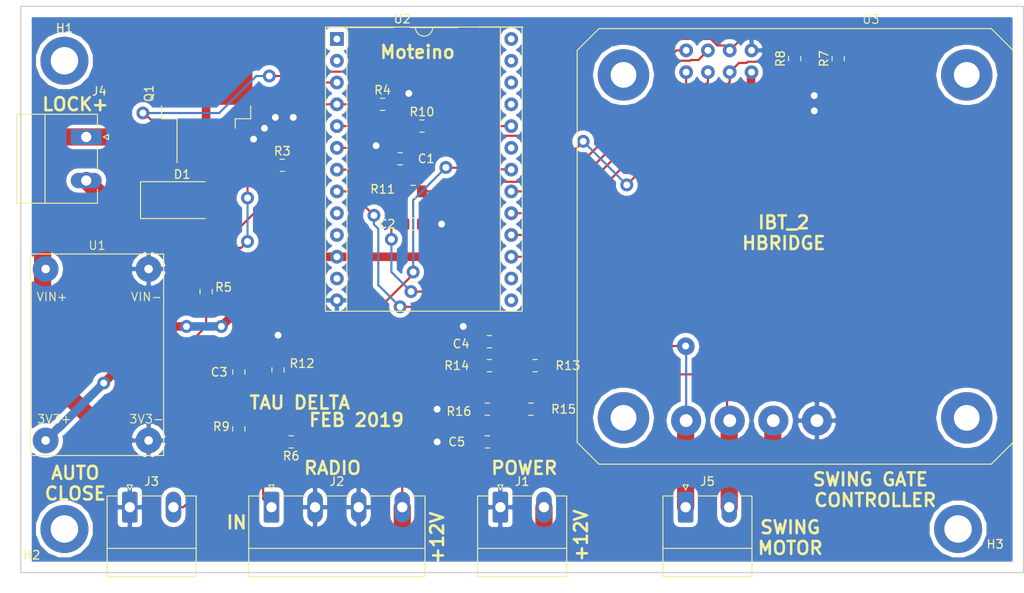
<source format=kicad_pcb>
(kicad_pcb (version 20171130) (host pcbnew 5.0.2+dfsg1-1)

  (general
    (thickness 1.6)
    (drawings 17)
    (tracks 269)
    (zones 0)
    (modules 32)
    (nets 39)
  )

  (page A4)
  (layers
    (0 F.Cu signal)
    (31 B.Cu signal)
    (33 F.Adhes user)
    (35 F.Paste user)
    (37 F.SilkS user)
    (38 B.Mask user)
    (39 F.Mask user)
    (40 Dwgs.User user)
    (41 Cmts.User user)
    (42 Eco1.User user)
    (43 Eco2.User user)
    (44 Edge.Cuts user)
    (45 Margin user)
    (46 B.CrtYd user)
    (47 F.CrtYd user)
    (49 F.Fab user)
  )

  (setup
    (last_trace_width 0.25)
    (trace_clearance 0.2)
    (zone_clearance 0.508)
    (zone_45_only no)
    (trace_min 0.2)
    (segment_width 0.2)
    (edge_width 0.15)
    (via_size 1.5)
    (via_drill 0.8)
    (via_min_size 0.4)
    (via_min_drill 0.3)
    (uvia_size 0.3)
    (uvia_drill 0.1)
    (uvias_allowed no)
    (uvia_min_size 0.2)
    (uvia_min_drill 0.1)
    (pcb_text_width 0.3)
    (pcb_text_size 1.5 1.5)
    (mod_edge_width 0.15)
    (mod_text_size 1 1)
    (mod_text_width 0.15)
    (pad_size 1.524 1.524)
    (pad_drill 0.762)
    (pad_to_mask_clearance 0.051)
    (solder_mask_min_width 0.25)
    (aux_axis_origin 0 0)
    (visible_elements FFFDFF7F)
    (pcbplotparams
      (layerselection 0x010e0_ffffffff)
      (usegerberextensions false)
      (usegerberattributes false)
      (usegerberadvancedattributes false)
      (creategerberjobfile false)
      (excludeedgelayer true)
      (linewidth 0.100000)
      (plotframeref false)
      (viasonmask false)
      (mode 1)
      (useauxorigin false)
      (hpglpennumber 1)
      (hpglpenspeed 20)
      (hpglpendiameter 15.000000)
      (psnegative false)
      (psa4output false)
      (plotreference true)
      (plotvalue true)
      (plotinvisibletext false)
      (padsonsilk false)
      (subtractmaskfromsilk false)
      (outputformat 1)
      (mirror false)
      (drillshape 0)
      (scaleselection 1)
      (outputdirectory "gerber"))
  )

  (net 0 "")
  (net 1 GND)
  (net 2 /IM_FB_L)
  (net 3 /IM_FB_R)
  (net 4 /START_N_FB)
  (net 5 /ML_BEMF_FB)
  (net 6 /MR_BEMF_FB)
  (net 7 +12V)
  (net 8 /UNLOCK_N)
  (net 9 /START_N)
  (net 10 "Net-(J3-Pad2)")
  (net 11 /MR)
  (net 12 /ML)
  (net 13 /UNLOCK)
  (net 14 /BATTV_FB)
  (net 15 /AUTOCLOSE)
  (net 16 /IM_L)
  (net 17 /IM_R)
  (net 18 +3V3)
  (net 19 "Net-(U2-Pad1)")
  (net 20 "Net-(U2-Pad2)")
  (net 21 "Net-(U2-Pad14)")
  (net 22 "Net-(U2-Pad15)")
  (net 23 /DRN_R)
  (net 24 /PWM_L)
  (net 25 /DRN_L)
  (net 26 "Net-(U2-Pad9)")
  (net 27 "Net-(U2-Pad21)")
  (net 28 "Net-(U2-Pad10)")
  (net 29 "Net-(U2-Pad23)")
  (net 30 "Net-(U2-Pad12)")
  (net 31 "Net-(U2-Pad24)")
  (net 32 "Net-(U2-Pad25)")
  (net 33 "Net-(U2-Pad26)")
  (net 34 "Net-(U3-Pad13)")
  (net 35 "Net-(U3-Pad14)")
  (net 36 "Net-(U3-Pad15)")
  (net 37 "Net-(U3-Pad16)")
  (net 38 /PWM_R)

  (net_class Default "This is the default net class."
    (clearance 0.2)
    (trace_width 0.25)
    (via_dia 1.5)
    (via_drill 0.8)
    (uvia_dia 0.3)
    (uvia_drill 0.1)
    (add_net /AUTOCLOSE)
    (add_net /BATTV_FB)
    (add_net /DRN_L)
    (add_net /DRN_R)
    (add_net /IM_FB_L)
    (add_net /IM_FB_R)
    (add_net /IM_L)
    (add_net /IM_R)
    (add_net /ML_BEMF_FB)
    (add_net /MR_BEMF_FB)
    (add_net /PWM_L)
    (add_net /PWM_R)
    (add_net /START_N)
    (add_net /START_N_FB)
    (add_net /UNLOCK)
    (add_net "Net-(J3-Pad2)")
    (add_net "Net-(U2-Pad1)")
    (add_net "Net-(U2-Pad10)")
    (add_net "Net-(U2-Pad12)")
    (add_net "Net-(U2-Pad14)")
    (add_net "Net-(U2-Pad15)")
    (add_net "Net-(U2-Pad2)")
    (add_net "Net-(U2-Pad21)")
    (add_net "Net-(U2-Pad23)")
    (add_net "Net-(U2-Pad24)")
    (add_net "Net-(U2-Pad25)")
    (add_net "Net-(U2-Pad26)")
    (add_net "Net-(U2-Pad9)")
    (add_net "Net-(U3-Pad13)")
    (add_net "Net-(U3-Pad14)")
    (add_net "Net-(U3-Pad15)")
    (add_net "Net-(U3-Pad16)")
  )

  (net_class 3v3 ""
    (clearance 0.2)
    (trace_width 1)
    (via_dia 1.5)
    (via_drill 0.8)
    (uvia_dia 0.3)
    (uvia_drill 0.1)
    (add_net +3V3)
  )

  (net_class POWER ""
    (clearance 0.4)
    (trace_width 2)
    (via_dia 2)
    (via_drill 0.8)
    (uvia_dia 0.3)
    (uvia_drill 0.1)
    (add_net +12V)
    (add_net /ML)
    (add_net /MR)
    (add_net /UNLOCK_N)
    (add_net GND)
  )

  (module swingate:IBT_2 (layer F.Cu) (tedit 5C5F77A8) (tstamp 5C80E72A)
    (at 163.890001 86.420001)
    (path /5C5EB369)
    (fp_text reference U3 (at 8.829999 -26.476001) (layer F.SilkS)
      (effects (font (size 1 1) (thickness 0.12)))
    )
    (fp_text value IBT2_HBRIDGE (at -15.24 -27.94) (layer F.Fab)
      (effects (font (size 1 1) (thickness 0.12)))
    )
    (fp_line (start -25.4 25.4) (end -25.4 -25.4) (layer F.Fab) (width 0.12))
    (fp_line (start 25.4 25.4) (end -25.4 25.4) (layer F.Fab) (width 0.12))
    (fp_line (start 25.4 -25.4) (end 25.4 25.4) (layer F.Fab) (width 0.12))
    (fp_line (start -25.4 -25.4) (end 25.4 -25.4) (layer F.Fab) (width 0.12))
    (fp_line (start -25.4 25.4) (end -25.4 -25.4) (layer F.CrtYd) (width 0.12))
    (fp_line (start 25.4 25.4) (end -25.4 25.4) (layer F.CrtYd) (width 0.12))
    (fp_line (start 25.4 -25.4) (end 25.4 25.4) (layer F.CrtYd) (width 0.12))
    (fp_line (start -25.4 -25.4) (end 25.4 -25.4) (layer F.CrtYd) (width 0.12))
    (fp_line (start -25.4 -22.86) (end -22.86 -25.4) (layer F.SilkS) (width 0.12))
    (fp_line (start -25.4 22.86) (end -25.4 -22.86) (layer F.SilkS) (width 0.12))
    (fp_line (start -22.86 25.4) (end -25.4 22.86) (layer F.SilkS) (width 0.12))
    (fp_line (start 22.86 25.4) (end -22.86 25.4) (layer F.SilkS) (width 0.12))
    (fp_line (start 25.4 22.86) (end 22.86 25.4) (layer F.SilkS) (width 0.12))
    (fp_line (start 25.4 -22.86) (end 25.4 22.86) (layer F.SilkS) (width 0.12))
    (fp_line (start 22.86 -25.4) (end 25.4 -22.86) (layer F.SilkS) (width 0.12))
    (fp_line (start -22.86 -25.4) (end 22.86 -25.4) (layer F.SilkS) (width 0.12))
    (pad 16 thru_hole oval (at -20 -20) (size 6 6) (drill 3) (layers *.Cu *.Mask)
      (net 37 "Net-(U3-Pad16)"))
    (pad 15 thru_hole oval (at 20 -20) (size 6 6) (drill 3) (layers *.Cu *.Mask)
      (net 36 "Net-(U3-Pad15)"))
    (pad 14 thru_hole oval (at 20 20) (size 6 6) (drill 3) (layers *.Cu *.Mask)
      (net 35 "Net-(U3-Pad14)"))
    (pad 13 thru_hole oval (at -20 20) (size 6 6) (drill 3) (layers *.Cu *.Mask)
      (net 34 "Net-(U3-Pad13)"))
    (pad 12 thru_hole oval (at 2.54 20.32) (size 3.5 3.5) (drill 1.5) (layers *.Cu *.Mask)
      (net 1 GND))
    (pad 11 thru_hole oval (at -2.54 20.32) (size 3.5 3.5) (drill 1.5) (layers *.Cu *.Mask)
      (net 7 +12V))
    (pad 10 thru_hole oval (at -7.62 20.32) (size 3.5 3.5) (drill 1.5) (layers *.Cu *.Mask)
      (net 11 /MR))
    (pad 9 thru_hole oval (at -12.7 20.32) (size 3.5 3.5) (drill 1.5) (layers *.Cu *.Mask)
      (net 12 /ML))
    (pad 8 thru_hole oval (at -5.08 -22.86) (size 1.6 1.6) (drill 0.8) (layers *.Cu *.Mask)
      (net 1 GND))
    (pad 7 thru_hole oval (at -5.08 -20.32) (size 1.6 1.6) (drill 0.8) (layers *.Cu *.Mask)
      (net 18 +3V3))
    (pad 6 thru_hole oval (at -7.62 -22.86) (size 1.6 1.6) (drill 0.8) (layers *.Cu *.Mask)
      (net 16 /IM_L))
    (pad 5 thru_hole oval (at -7.62 -20.32) (size 1.6 1.6) (drill 0.8) (layers *.Cu *.Mask)
      (net 17 /IM_R))
    (pad 4 thru_hole oval (at -10.16 -22.86) (size 1.6 1.6) (drill 0.8) (layers *.Cu *.Mask)
      (net 24 /PWM_L))
    (pad 3 thru_hole oval (at -10.16 -20.32) (size 1.6 1.6) (drill 0.8) (layers *.Cu *.Mask)
      (net 38 /PWM_R))
    (pad 2 thru_hole oval (at -12.7 -22.86) (size 1.6 1.6) (drill 0.8) (layers *.Cu *.Mask)
      (net 25 /DRN_L))
    (pad 1 thru_hole oval (at -12.7 -20.32) (size 1.6 1.6) (drill 0.8) (layers *.Cu *.Mask)
      (net 23 /DRN_R))
  )

  (module MountingHole:MountingHole_3.2mm_M3_DIN965_Pad (layer F.Cu) (tedit 56D1B4CB) (tstamp 5C80BEEA)
    (at 78.74 64.77)
    (descr "Mounting Hole 3.2mm, M3, DIN965")
    (tags "mounting hole 3.2mm m3 din965")
    (path /5C6CF79F)
    (attr virtual)
    (fp_text reference H1 (at 0 -3.8) (layer F.SilkS)
      (effects (font (size 1 1) (thickness 0.15)))
    )
    (fp_text value MountingHole (at 0 3.8) (layer F.Fab)
      (effects (font (size 1 1) (thickness 0.15)))
    )
    (fp_circle (center 0 0) (end 3.05 0) (layer F.CrtYd) (width 0.05))
    (fp_circle (center 0 0) (end 2.8 0) (layer Cmts.User) (width 0.15))
    (fp_text user %R (at 0.3 0) (layer F.Fab)
      (effects (font (size 1 1) (thickness 0.15)))
    )
    (pad 1 thru_hole circle (at 0 0) (size 5.6 5.6) (drill 3.2) (layers *.Cu *.Mask))
  )

  (module MountingHole:MountingHole_3.2mm_M3_DIN965_Pad (layer F.Cu) (tedit 56D1B4CB) (tstamp 5C80BEE2)
    (at 78.74 119.38)
    (descr "Mounting Hole 3.2mm, M3, DIN965")
    (tags "mounting hole 3.2mm m3 din965")
    (path /5C6CF6F7)
    (attr virtual)
    (fp_text reference H2 (at -3.81 3.048) (layer F.SilkS)
      (effects (font (size 1 1) (thickness 0.15)))
    )
    (fp_text value MountingHole (at 0 3.8) (layer F.Fab)
      (effects (font (size 1 1) (thickness 0.15)))
    )
    (fp_circle (center 0 0) (end 3.05 0) (layer F.CrtYd) (width 0.05))
    (fp_circle (center 0 0) (end 2.8 0) (layer Cmts.User) (width 0.15))
    (fp_text user %R (at 0.3 0) (layer F.Fab)
      (effects (font (size 1 1) (thickness 0.15)))
    )
    (pad 1 thru_hole circle (at 0 0) (size 5.6 5.6) (drill 3.2) (layers *.Cu *.Mask))
  )

  (module MountingHole:MountingHole_3.2mm_M3_DIN965_Pad (layer F.Cu) (tedit 56D1B4CB) (tstamp 5C80BEDA)
    (at 182.88 119.38)
    (descr "Mounting Hole 3.2mm, M3, DIN965")
    (tags "mounting hole 3.2mm m3 din965")
    (path /5C6CF5EF)
    (attr virtual)
    (fp_text reference H3 (at 4.318 1.778) (layer F.SilkS)
      (effects (font (size 1 1) (thickness 0.15)))
    )
    (fp_text value MountingHole (at 0 3.8) (layer F.Fab)
      (effects (font (size 1 1) (thickness 0.15)))
    )
    (fp_circle (center 0 0) (end 3.05 0) (layer F.CrtYd) (width 0.05))
    (fp_circle (center 0 0) (end 2.8 0) (layer Cmts.User) (width 0.15))
    (fp_text user %R (at 0.3 0) (layer F.Fab)
      (effects (font (size 1 1) (thickness 0.15)))
    )
    (pad 1 thru_hole circle (at 0 0) (size 5.6 5.6) (drill 3.2) (layers *.Cu *.Mask))
  )

  (module Capacitor_SMD:C_0805_2012Metric_Pad1.15x1.40mm_HandSolder (layer F.Cu) (tedit 5B36C52B) (tstamp 5C80B0CA)
    (at 117.865 76.2 180)
    (descr "Capacitor SMD 0805 (2012 Metric), square (rectangular) end terminal, IPC_7351 nominal with elongated pad for handsoldering. (Body size source: https://docs.google.com/spreadsheets/d/1BsfQQcO9C6DZCsRaXUlFlo91Tg2WpOkGARC1WS5S8t0/edit?usp=sharing), generated with kicad-footprint-generator")
    (tags "capacitor handsolder")
    (path /5C607167)
    (attr smd)
    (fp_text reference C1 (at -3.039 0 180) (layer F.SilkS)
      (effects (font (size 1 1) (thickness 0.15)))
    )
    (fp_text value 100N (at 0 1.65 180) (layer F.Fab)
      (effects (font (size 1 1) (thickness 0.15)))
    )
    (fp_text user %R (at 0 0 180) (layer F.Fab)
      (effects (font (size 0.5 0.5) (thickness 0.08)))
    )
    (fp_line (start 1.85 0.95) (end -1.85 0.95) (layer F.CrtYd) (width 0.05))
    (fp_line (start 1.85 -0.95) (end 1.85 0.95) (layer F.CrtYd) (width 0.05))
    (fp_line (start -1.85 -0.95) (end 1.85 -0.95) (layer F.CrtYd) (width 0.05))
    (fp_line (start -1.85 0.95) (end -1.85 -0.95) (layer F.CrtYd) (width 0.05))
    (fp_line (start -0.261252 0.71) (end 0.261252 0.71) (layer F.SilkS) (width 0.12))
    (fp_line (start -0.261252 -0.71) (end 0.261252 -0.71) (layer F.SilkS) (width 0.12))
    (fp_line (start 1 0.6) (end -1 0.6) (layer F.Fab) (width 0.1))
    (fp_line (start 1 -0.6) (end 1 0.6) (layer F.Fab) (width 0.1))
    (fp_line (start -1 -0.6) (end 1 -0.6) (layer F.Fab) (width 0.1))
    (fp_line (start -1 0.6) (end -1 -0.6) (layer F.Fab) (width 0.1))
    (pad 2 smd roundrect (at 1.025 0 180) (size 1.15 1.4) (layers F.Cu F.Paste F.Mask) (roundrect_rratio 0.217391)
      (net 1 GND))
    (pad 1 smd roundrect (at -1.025 0 180) (size 1.15 1.4) (layers F.Cu F.Paste F.Mask) (roundrect_rratio 0.217391)
      (net 2 /IM_FB_L))
    (model ${KISYS3DMOD}/Capacitor_SMD.3dshapes/C_0805_2012Metric.wrl
      (at (xyz 0 0 0))
      (scale (xyz 1 1 1))
      (rotate (xyz 0 0 0))
    )
  )

  (module Capacitor_SMD:C_0805_2012Metric_Pad1.15x1.40mm_HandSolder (layer F.Cu) (tedit 5B36C52B) (tstamp 5C80A5E4)
    (at 119.38 83.82)
    (descr "Capacitor SMD 0805 (2012 Metric), square (rectangular) end terminal, IPC_7351 nominal with elongated pad for handsoldering. (Body size source: https://docs.google.com/spreadsheets/d/1BsfQQcO9C6DZCsRaXUlFlo91Tg2WpOkGARC1WS5S8t0/edit?usp=sharing), generated with kicad-footprint-generator")
    (tags "capacitor handsolder")
    (path /5C607239)
    (attr smd)
    (fp_text reference C2 (at -3.048 0) (layer F.SilkS)
      (effects (font (size 1 1) (thickness 0.15)))
    )
    (fp_text value 100N (at 0 1.65) (layer F.Fab)
      (effects (font (size 1 1) (thickness 0.15)))
    )
    (fp_text user %R (at 0 0) (layer F.Fab)
      (effects (font (size 0.5 0.5) (thickness 0.08)))
    )
    (fp_line (start 1.85 0.95) (end -1.85 0.95) (layer F.CrtYd) (width 0.05))
    (fp_line (start 1.85 -0.95) (end 1.85 0.95) (layer F.CrtYd) (width 0.05))
    (fp_line (start -1.85 -0.95) (end 1.85 -0.95) (layer F.CrtYd) (width 0.05))
    (fp_line (start -1.85 0.95) (end -1.85 -0.95) (layer F.CrtYd) (width 0.05))
    (fp_line (start -0.261252 0.71) (end 0.261252 0.71) (layer F.SilkS) (width 0.12))
    (fp_line (start -0.261252 -0.71) (end 0.261252 -0.71) (layer F.SilkS) (width 0.12))
    (fp_line (start 1 0.6) (end -1 0.6) (layer F.Fab) (width 0.1))
    (fp_line (start 1 -0.6) (end 1 0.6) (layer F.Fab) (width 0.1))
    (fp_line (start -1 -0.6) (end 1 -0.6) (layer F.Fab) (width 0.1))
    (fp_line (start -1 0.6) (end -1 -0.6) (layer F.Fab) (width 0.1))
    (pad 2 smd roundrect (at 1.025 0) (size 1.15 1.4) (layers F.Cu F.Paste F.Mask) (roundrect_rratio 0.217391)
      (net 1 GND))
    (pad 1 smd roundrect (at -1.025 0) (size 1.15 1.4) (layers F.Cu F.Paste F.Mask) (roundrect_rratio 0.217391)
      (net 3 /IM_FB_R))
    (model ${KISYS3DMOD}/Capacitor_SMD.3dshapes/C_0805_2012Metric.wrl
      (at (xyz 0 0 0))
      (scale (xyz 1 1 1))
      (rotate (xyz 0 0 0))
    )
  )

  (module Capacitor_SMD:C_0805_2012Metric_Pad1.15x1.40mm_HandSolder (layer F.Cu) (tedit 5B36C52B) (tstamp 5C809D61)
    (at 99.06 101.065 90)
    (descr "Capacitor SMD 0805 (2012 Metric), square (rectangular) end terminal, IPC_7351 nominal with elongated pad for handsoldering. (Body size source: https://docs.google.com/spreadsheets/d/1BsfQQcO9C6DZCsRaXUlFlo91Tg2WpOkGARC1WS5S8t0/edit?usp=sharing), generated with kicad-footprint-generator")
    (tags "capacitor handsolder")
    (path /5C5F6DAF)
    (attr smd)
    (fp_text reference C3 (at -0.027 -2.286 180) (layer F.SilkS)
      (effects (font (size 1 1) (thickness 0.15)))
    )
    (fp_text value 100N (at 0 1.65 90) (layer F.Fab)
      (effects (font (size 1 1) (thickness 0.15)))
    )
    (fp_text user %R (at 0 0 90) (layer F.Fab)
      (effects (font (size 0.5 0.5) (thickness 0.08)))
    )
    (fp_line (start 1.85 0.95) (end -1.85 0.95) (layer F.CrtYd) (width 0.05))
    (fp_line (start 1.85 -0.95) (end 1.85 0.95) (layer F.CrtYd) (width 0.05))
    (fp_line (start -1.85 -0.95) (end 1.85 -0.95) (layer F.CrtYd) (width 0.05))
    (fp_line (start -1.85 0.95) (end -1.85 -0.95) (layer F.CrtYd) (width 0.05))
    (fp_line (start -0.261252 0.71) (end 0.261252 0.71) (layer F.SilkS) (width 0.12))
    (fp_line (start -0.261252 -0.71) (end 0.261252 -0.71) (layer F.SilkS) (width 0.12))
    (fp_line (start 1 0.6) (end -1 0.6) (layer F.Fab) (width 0.1))
    (fp_line (start 1 -0.6) (end 1 0.6) (layer F.Fab) (width 0.1))
    (fp_line (start -1 -0.6) (end 1 -0.6) (layer F.Fab) (width 0.1))
    (fp_line (start -1 0.6) (end -1 -0.6) (layer F.Fab) (width 0.1))
    (pad 2 smd roundrect (at 1.025 0 90) (size 1.15 1.4) (layers F.Cu F.Paste F.Mask) (roundrect_rratio 0.217391)
      (net 1 GND))
    (pad 1 smd roundrect (at -1.025 0 90) (size 1.15 1.4) (layers F.Cu F.Paste F.Mask) (roundrect_rratio 0.217391)
      (net 4 /START_N_FB))
    (model ${KISYS3DMOD}/Capacitor_SMD.3dshapes/C_0805_2012Metric.wrl
      (at (xyz 0 0 0))
      (scale (xyz 1 1 1))
      (rotate (xyz 0 0 0))
    )
  )

  (module Capacitor_SMD:C_0805_2012Metric_Pad1.15x1.40mm_HandSolder (layer F.Cu) (tedit 5B36C52B) (tstamp 5C80CF04)
    (at 128.27 97.536 180)
    (descr "Capacitor SMD 0805 (2012 Metric), square (rectangular) end terminal, IPC_7351 nominal with elongated pad for handsoldering. (Body size source: https://docs.google.com/spreadsheets/d/1BsfQQcO9C6DZCsRaXUlFlo91Tg2WpOkGARC1WS5S8t0/edit?usp=sharing), generated with kicad-footprint-generator")
    (tags "capacitor handsolder")
    (path /5C606BF4)
    (attr smd)
    (fp_text reference C4 (at 3.302 -0.254 180) (layer F.SilkS)
      (effects (font (size 1 1) (thickness 0.15)))
    )
    (fp_text value 100N (at 0 1.65 180) (layer F.Fab)
      (effects (font (size 1 1) (thickness 0.15)))
    )
    (fp_text user %R (at 0 0 180) (layer F.Fab)
      (effects (font (size 0.5 0.5) (thickness 0.08)))
    )
    (fp_line (start 1.85 0.95) (end -1.85 0.95) (layer F.CrtYd) (width 0.05))
    (fp_line (start 1.85 -0.95) (end 1.85 0.95) (layer F.CrtYd) (width 0.05))
    (fp_line (start -1.85 -0.95) (end 1.85 -0.95) (layer F.CrtYd) (width 0.05))
    (fp_line (start -1.85 0.95) (end -1.85 -0.95) (layer F.CrtYd) (width 0.05))
    (fp_line (start -0.261252 0.71) (end 0.261252 0.71) (layer F.SilkS) (width 0.12))
    (fp_line (start -0.261252 -0.71) (end 0.261252 -0.71) (layer F.SilkS) (width 0.12))
    (fp_line (start 1 0.6) (end -1 0.6) (layer F.Fab) (width 0.1))
    (fp_line (start 1 -0.6) (end 1 0.6) (layer F.Fab) (width 0.1))
    (fp_line (start -1 -0.6) (end 1 -0.6) (layer F.Fab) (width 0.1))
    (fp_line (start -1 0.6) (end -1 -0.6) (layer F.Fab) (width 0.1))
    (pad 2 smd roundrect (at 1.025 0 180) (size 1.15 1.4) (layers F.Cu F.Paste F.Mask) (roundrect_rratio 0.217391)
      (net 1 GND))
    (pad 1 smd roundrect (at -1.025 0 180) (size 1.15 1.4) (layers F.Cu F.Paste F.Mask) (roundrect_rratio 0.217391)
      (net 5 /ML_BEMF_FB))
    (model ${KISYS3DMOD}/Capacitor_SMD.3dshapes/C_0805_2012Metric.wrl
      (at (xyz 0 0 0))
      (scale (xyz 1 1 1))
      (rotate (xyz 0 0 0))
    )
  )

  (module Capacitor_SMD:C_0805_2012Metric_Pad1.15x1.40mm_HandSolder (layer F.Cu) (tedit 5B36C52B) (tstamp 5C80B18D)
    (at 128.025 109.22 180)
    (descr "Capacitor SMD 0805 (2012 Metric), square (rectangular) end terminal, IPC_7351 nominal with elongated pad for handsoldering. (Body size source: https://docs.google.com/spreadsheets/d/1BsfQQcO9C6DZCsRaXUlFlo91Tg2WpOkGARC1WS5S8t0/edit?usp=sharing), generated with kicad-footprint-generator")
    (tags "capacitor handsolder")
    (path /5C606B22)
    (attr smd)
    (fp_text reference C5 (at 3.565 0 180) (layer F.SilkS)
      (effects (font (size 1 1) (thickness 0.15)))
    )
    (fp_text value 100N (at 0 1.65 180) (layer F.Fab)
      (effects (font (size 1 1) (thickness 0.15)))
    )
    (fp_text user %R (at 0 0 180) (layer F.Fab)
      (effects (font (size 0.5 0.5) (thickness 0.08)))
    )
    (fp_line (start 1.85 0.95) (end -1.85 0.95) (layer F.CrtYd) (width 0.05))
    (fp_line (start 1.85 -0.95) (end 1.85 0.95) (layer F.CrtYd) (width 0.05))
    (fp_line (start -1.85 -0.95) (end 1.85 -0.95) (layer F.CrtYd) (width 0.05))
    (fp_line (start -1.85 0.95) (end -1.85 -0.95) (layer F.CrtYd) (width 0.05))
    (fp_line (start -0.261252 0.71) (end 0.261252 0.71) (layer F.SilkS) (width 0.12))
    (fp_line (start -0.261252 -0.71) (end 0.261252 -0.71) (layer F.SilkS) (width 0.12))
    (fp_line (start 1 0.6) (end -1 0.6) (layer F.Fab) (width 0.1))
    (fp_line (start 1 -0.6) (end 1 0.6) (layer F.Fab) (width 0.1))
    (fp_line (start -1 -0.6) (end 1 -0.6) (layer F.Fab) (width 0.1))
    (fp_line (start -1 0.6) (end -1 -0.6) (layer F.Fab) (width 0.1))
    (pad 2 smd roundrect (at 1.025 0 180) (size 1.15 1.4) (layers F.Cu F.Paste F.Mask) (roundrect_rratio 0.217391)
      (net 1 GND))
    (pad 1 smd roundrect (at -1.025 0 180) (size 1.15 1.4) (layers F.Cu F.Paste F.Mask) (roundrect_rratio 0.217391)
      (net 6 /MR_BEMF_FB))
    (model ${KISYS3DMOD}/Capacitor_SMD.3dshapes/C_0805_2012Metric.wrl
      (at (xyz 0 0 0))
      (scale (xyz 1 1 1))
      (rotate (xyz 0 0 0))
    )
  )

  (module Diode_SMD:D_SMA-SMB_Universal_Handsoldering (layer F.Cu) (tedit 5864381A) (tstamp 5C8097F6)
    (at 92.456 81.026)
    (descr "Diode, Universal, SMA (DO-214AC) or SMB (DO-214AA), Handsoldering,")
    (tags "Diode Universal SMA (DO-214AC) SMB (DO-214AA) Handsoldering ")
    (path /5C6B217C)
    (attr smd)
    (fp_text reference D1 (at 0 -3) (layer F.SilkS)
      (effects (font (size 1 1) (thickness 0.15)))
    )
    (fp_text value APD240VR (at 0 3.1) (layer F.Fab)
      (effects (font (size 1 1) (thickness 0.15)))
    )
    (fp_line (start -4.85 -2.15) (end 2.7 -2.15) (layer F.SilkS) (width 0.12))
    (fp_line (start -4.85 2.15) (end 2.7 2.15) (layer F.SilkS) (width 0.12))
    (fp_line (start -0.64944 0.00102) (end 0.50118 -0.79908) (layer F.Fab) (width 0.1))
    (fp_line (start -0.64944 0.00102) (end 0.50118 0.75032) (layer F.Fab) (width 0.1))
    (fp_line (start 0.50118 0.75032) (end 0.50118 -0.79908) (layer F.Fab) (width 0.1))
    (fp_line (start -0.64944 -0.79908) (end -0.64944 0.80112) (layer F.Fab) (width 0.1))
    (fp_line (start 0.50118 0.00102) (end 1.4994 0.00102) (layer F.Fab) (width 0.1))
    (fp_line (start -0.64944 0.00102) (end -1.55114 0.00102) (layer F.Fab) (width 0.1))
    (fp_line (start -4.95 2.25) (end -4.95 -2.25) (layer F.CrtYd) (width 0.05))
    (fp_line (start 4.95 2.25) (end -4.95 2.25) (layer F.CrtYd) (width 0.05))
    (fp_line (start 4.95 -2.25) (end 4.95 2.25) (layer F.CrtYd) (width 0.05))
    (fp_line (start -4.95 -2.25) (end 4.95 -2.25) (layer F.CrtYd) (width 0.05))
    (fp_line (start 2.3 -1.5) (end -2.3 -1.5) (layer F.Fab) (width 0.1))
    (fp_line (start 2.3 -1.5) (end 2.3 1.5) (layer F.Fab) (width 0.1))
    (fp_line (start -2.3 1.5) (end -2.3 -1.5) (layer F.Fab) (width 0.1))
    (fp_line (start 2.3 1.5) (end -2.3 1.5) (layer F.Fab) (width 0.1))
    (fp_line (start 2.3 -2) (end -2.3 -2) (layer F.Fab) (width 0.1))
    (fp_line (start 2.3 -2) (end 2.3 2) (layer F.Fab) (width 0.1))
    (fp_line (start -2.3 2) (end -2.3 -2) (layer F.Fab) (width 0.1))
    (fp_line (start 2.3 2) (end -2.3 2) (layer F.Fab) (width 0.1))
    (fp_line (start -4.85 -2.15) (end -4.85 2.15) (layer F.SilkS) (width 0.12))
    (fp_text user %R (at 0 -3) (layer F.Fab)
      (effects (font (size 1 1) (thickness 0.15)))
    )
    (pad 2 smd trapezoid (at 2.9 0 180) (size 3.6 1.7) (rect_delta 0.6 0 ) (layers F.Cu F.Paste F.Mask)
      (net 8 /UNLOCK_N))
    (pad 1 smd trapezoid (at -2.9 0) (size 3.6 1.7) (rect_delta 0.6 0 ) (layers F.Cu F.Paste F.Mask)
      (net 7 +12V))
    (model ${KISYS3DMOD}/Diode_SMD.3dshapes/D_SMB.wrl
      (at (xyz 0 0 0))
      (scale (xyz 1 1 1))
      (rotate (xyz 0 0 0))
    )
  )

  (module Connector_Phoenix_MC_HighVoltage:PhoenixContact_MC_1,5_2-G-5.08_1x02_P5.08mm_Horizontal (layer F.Cu) (tedit 5B784ED2) (tstamp 5C8099E4)
    (at 129.54 116.84)
    (descr "Generic Phoenix Contact connector footprint for: MC_1,5/2-G-5.08; number of pins: 02; pin pitch: 5.08mm; Angled || order number: 1836189 8A 320V")
    (tags "phoenix_contact connector MC_01x02_G_5.08mm")
    (path /5C5EF760)
    (fp_text reference J1 (at 2.54 -3) (layer F.SilkS)
      (effects (font (size 1 1) (thickness 0.15)))
    )
    (fp_text value Conn_01x02_Female (at 2.54 9.2) (layer F.Fab)
      (effects (font (size 1 1) (thickness 0.15)))
    )
    (fp_text user %R (at 2.54 -0.5) (layer F.Fab)
      (effects (font (size 1 1) (thickness 0.15)))
    )
    (fp_line (start 0 0) (end -0.8 -1.2) (layer F.Fab) (width 0.1))
    (fp_line (start 0.8 -1.2) (end 0 0) (layer F.Fab) (width 0.1))
    (fp_line (start -0.3 -2.6) (end 0.3 -2.6) (layer F.SilkS) (width 0.12))
    (fp_line (start 0 -2) (end -0.3 -2.6) (layer F.SilkS) (width 0.12))
    (fp_line (start 0.3 -2.6) (end 0 -2) (layer F.SilkS) (width 0.12))
    (fp_line (start 8.12 -2.3) (end -3.15 -2.3) (layer F.CrtYd) (width 0.05))
    (fp_line (start 8.12 8.5) (end 8.12 -2.3) (layer F.CrtYd) (width 0.05))
    (fp_line (start -3.15 8.5) (end 8.12 8.5) (layer F.CrtYd) (width 0.05))
    (fp_line (start -3.15 -2.3) (end -3.15 8.5) (layer F.CrtYd) (width 0.05))
    (fp_line (start -2.65 4.8) (end 7.73 4.8) (layer F.SilkS) (width 0.12))
    (fp_line (start 7.62 -1.2) (end -2.54 -1.2) (layer F.Fab) (width 0.1))
    (fp_line (start 7.62 8) (end 7.62 -1.2) (layer F.Fab) (width 0.1))
    (fp_line (start -2.54 8) (end 7.62 8) (layer F.Fab) (width 0.1))
    (fp_line (start -2.54 -1.2) (end -2.54 8) (layer F.Fab) (width 0.1))
    (fp_line (start 1.05 -1.31) (end 4.03 -1.31) (layer F.SilkS) (width 0.12))
    (fp_line (start 7.73 -1.31) (end 6.13 -1.31) (layer F.SilkS) (width 0.12))
    (fp_line (start -2.65 -1.31) (end -1.05 -1.31) (layer F.SilkS) (width 0.12))
    (fp_line (start 7.73 8.11) (end 7.73 -1.31) (layer F.SilkS) (width 0.12))
    (fp_line (start -2.65 8.11) (end 7.73 8.11) (layer F.SilkS) (width 0.12))
    (fp_line (start -2.65 -1.31) (end -2.65 8.11) (layer F.SilkS) (width 0.12))
    (pad 2 thru_hole oval (at 5.08 0) (size 1.8 3.6) (drill 1.2) (layers *.Cu *.Mask)
      (net 7 +12V))
    (pad 1 thru_hole roundrect (at 0 0) (size 1.8 3.6) (drill 1.2) (layers *.Cu *.Mask) (roundrect_rratio 0.138889)
      (net 1 GND))
    (model ${KISYS3DMOD}/Connector_Phoenix_MC_HighVoltage.3dshapes/PhoenixContact_MC_1,5_2-G-5.08_1x02_P5.08mm_Horizontal.wrl
      (at (xyz 0 0 0))
      (scale (xyz 1 1 1))
      (rotate (xyz 0 0 0))
    )
  )

  (module Connector_Phoenix_MC_HighVoltage:PhoenixContact_MC_1,5_2-G-5.08_1x02_P5.08mm_Horizontal (layer F.Cu) (tedit 5B784ED2) (tstamp 5C809AA7)
    (at 86.36 116.84)
    (descr "Generic Phoenix Contact connector footprint for: MC_1,5/2-G-5.08; number of pins: 02; pin pitch: 5.08mm; Angled || order number: 1836189 8A 320V")
    (tags "phoenix_contact connector MC_01x02_G_5.08mm")
    (path /5C5EF96F)
    (fp_text reference J3 (at 2.54 -3) (layer F.SilkS)
      (effects (font (size 1 1) (thickness 0.15)))
    )
    (fp_text value Conn_01x02_Female (at 2.54 9.2) (layer F.Fab)
      (effects (font (size 1 1) (thickness 0.15)))
    )
    (fp_text user %R (at 2.54 -0.5) (layer F.Fab)
      (effects (font (size 1 1) (thickness 0.15)))
    )
    (fp_line (start 0 0) (end -0.8 -1.2) (layer F.Fab) (width 0.1))
    (fp_line (start 0.8 -1.2) (end 0 0) (layer F.Fab) (width 0.1))
    (fp_line (start -0.3 -2.6) (end 0.3 -2.6) (layer F.SilkS) (width 0.12))
    (fp_line (start 0 -2) (end -0.3 -2.6) (layer F.SilkS) (width 0.12))
    (fp_line (start 0.3 -2.6) (end 0 -2) (layer F.SilkS) (width 0.12))
    (fp_line (start 8.12 -2.3) (end -3.15 -2.3) (layer F.CrtYd) (width 0.05))
    (fp_line (start 8.12 8.5) (end 8.12 -2.3) (layer F.CrtYd) (width 0.05))
    (fp_line (start -3.15 8.5) (end 8.12 8.5) (layer F.CrtYd) (width 0.05))
    (fp_line (start -3.15 -2.3) (end -3.15 8.5) (layer F.CrtYd) (width 0.05))
    (fp_line (start -2.65 4.8) (end 7.73 4.8) (layer F.SilkS) (width 0.12))
    (fp_line (start 7.62 -1.2) (end -2.54 -1.2) (layer F.Fab) (width 0.1))
    (fp_line (start 7.62 8) (end 7.62 -1.2) (layer F.Fab) (width 0.1))
    (fp_line (start -2.54 8) (end 7.62 8) (layer F.Fab) (width 0.1))
    (fp_line (start -2.54 -1.2) (end -2.54 8) (layer F.Fab) (width 0.1))
    (fp_line (start 1.05 -1.31) (end 4.03 -1.31) (layer F.SilkS) (width 0.12))
    (fp_line (start 7.73 -1.31) (end 6.13 -1.31) (layer F.SilkS) (width 0.12))
    (fp_line (start -2.65 -1.31) (end -1.05 -1.31) (layer F.SilkS) (width 0.12))
    (fp_line (start 7.73 8.11) (end 7.73 -1.31) (layer F.SilkS) (width 0.12))
    (fp_line (start -2.65 8.11) (end 7.73 8.11) (layer F.SilkS) (width 0.12))
    (fp_line (start -2.65 -1.31) (end -2.65 8.11) (layer F.SilkS) (width 0.12))
    (pad 2 thru_hole oval (at 5.08 0) (size 1.8 3.6) (drill 1.2) (layers *.Cu *.Mask)
      (net 10 "Net-(J3-Pad2)"))
    (pad 1 thru_hole roundrect (at 0 0) (size 1.8 3.6) (drill 1.2) (layers *.Cu *.Mask) (roundrect_rratio 0.138889)
      (net 1 GND))
    (model ${KISYS3DMOD}/Connector_Phoenix_MC_HighVoltage.3dshapes/PhoenixContact_MC_1,5_2-G-5.08_1x02_P5.08mm_Horizontal.wrl
      (at (xyz 0 0 0))
      (scale (xyz 1 1 1))
      (rotate (xyz 0 0 0))
    )
  )

  (module Connector_Phoenix_MC_HighVoltage:PhoenixContact_MC_1,5_2-G-5.08_1x02_P5.08mm_Horizontal (layer F.Cu) (tedit 5B784ED2) (tstamp 5C809DCB)
    (at 81.28 73.66 270)
    (descr "Generic Phoenix Contact connector footprint for: MC_1,5/2-G-5.08; number of pins: 02; pin pitch: 5.08mm; Angled || order number: 1836189 8A 320V")
    (tags "phoenix_contact connector MC_01x02_G_5.08mm")
    (path /5C5EF812)
    (fp_text reference J4 (at -5.334 -1.524) (layer F.SilkS)
      (effects (font (size 1 1) (thickness 0.15)))
    )
    (fp_text value Conn_01x02_Female (at 2.54 9.2 270) (layer F.Fab)
      (effects (font (size 1 1) (thickness 0.15)))
    )
    (fp_text user %R (at 2.54 -0.5 270) (layer F.Fab)
      (effects (font (size 1 1) (thickness 0.15)))
    )
    (fp_line (start 0 0) (end -0.8 -1.2) (layer F.Fab) (width 0.1))
    (fp_line (start 0.8 -1.2) (end 0 0) (layer F.Fab) (width 0.1))
    (fp_line (start -0.3 -2.6) (end 0.3 -2.6) (layer F.SilkS) (width 0.12))
    (fp_line (start 0 -2) (end -0.3 -2.6) (layer F.SilkS) (width 0.12))
    (fp_line (start 0.3 -2.6) (end 0 -2) (layer F.SilkS) (width 0.12))
    (fp_line (start 8.12 -2.3) (end -3.15 -2.3) (layer F.CrtYd) (width 0.05))
    (fp_line (start 8.12 8.5) (end 8.12 -2.3) (layer F.CrtYd) (width 0.05))
    (fp_line (start -3.15 8.5) (end 8.12 8.5) (layer F.CrtYd) (width 0.05))
    (fp_line (start -3.15 -2.3) (end -3.15 8.5) (layer F.CrtYd) (width 0.05))
    (fp_line (start -2.65 4.8) (end 7.73 4.8) (layer F.SilkS) (width 0.12))
    (fp_line (start 7.62 -1.2) (end -2.54 -1.2) (layer F.Fab) (width 0.1))
    (fp_line (start 7.62 8) (end 7.62 -1.2) (layer F.Fab) (width 0.1))
    (fp_line (start -2.54 8) (end 7.62 8) (layer F.Fab) (width 0.1))
    (fp_line (start -2.54 -1.2) (end -2.54 8) (layer F.Fab) (width 0.1))
    (fp_line (start 1.05 -1.31) (end 4.03 -1.31) (layer F.SilkS) (width 0.12))
    (fp_line (start 7.73 -1.31) (end 6.13 -1.31) (layer F.SilkS) (width 0.12))
    (fp_line (start -2.65 -1.31) (end -1.05 -1.31) (layer F.SilkS) (width 0.12))
    (fp_line (start 7.73 8.11) (end 7.73 -1.31) (layer F.SilkS) (width 0.12))
    (fp_line (start -2.65 8.11) (end 7.73 8.11) (layer F.SilkS) (width 0.12))
    (fp_line (start -2.65 -1.31) (end -2.65 8.11) (layer F.SilkS) (width 0.12))
    (pad 2 thru_hole oval (at 5.08 0 270) (size 1.8 3.6) (drill 1.2) (layers *.Cu *.Mask)
      (net 8 /UNLOCK_N))
    (pad 1 thru_hole roundrect (at 0 0 270) (size 1.8 3.6) (drill 1.2) (layers *.Cu *.Mask) (roundrect_rratio 0.138889)
      (net 7 +12V))
    (model ${KISYS3DMOD}/Connector_Phoenix_MC_HighVoltage.3dshapes/PhoenixContact_MC_1,5_2-G-5.08_1x02_P5.08mm_Horizontal.wrl
      (at (xyz 0 0 0))
      (scale (xyz 1 1 1))
      (rotate (xyz 0 0 0))
    )
  )

  (module Connector_Phoenix_MC_HighVoltage:PhoenixContact_MC_1,5_2-G-5.08_1x02_P5.08mm_Horizontal (layer F.Cu) (tedit 5B784ED2) (tstamp 5C809876)
    (at 151.13 116.84)
    (descr "Generic Phoenix Contact connector footprint for: MC_1,5/2-G-5.08; number of pins: 02; pin pitch: 5.08mm; Angled || order number: 1836189 8A 320V")
    (tags "phoenix_contact connector MC_01x02_G_5.08mm")
    (path /5C6CF86F)
    (fp_text reference J5 (at 2.54 -3) (layer F.SilkS)
      (effects (font (size 1 1) (thickness 0.15)))
    )
    (fp_text value Conn_01x02_Female (at 2.54 9.2) (layer F.Fab)
      (effects (font (size 1 1) (thickness 0.15)))
    )
    (fp_text user %R (at 2.54 -0.5) (layer F.Fab)
      (effects (font (size 1 1) (thickness 0.15)))
    )
    (fp_line (start 0 0) (end -0.8 -1.2) (layer F.Fab) (width 0.1))
    (fp_line (start 0.8 -1.2) (end 0 0) (layer F.Fab) (width 0.1))
    (fp_line (start -0.3 -2.6) (end 0.3 -2.6) (layer F.SilkS) (width 0.12))
    (fp_line (start 0 -2) (end -0.3 -2.6) (layer F.SilkS) (width 0.12))
    (fp_line (start 0.3 -2.6) (end 0 -2) (layer F.SilkS) (width 0.12))
    (fp_line (start 8.12 -2.3) (end -3.15 -2.3) (layer F.CrtYd) (width 0.05))
    (fp_line (start 8.12 8.5) (end 8.12 -2.3) (layer F.CrtYd) (width 0.05))
    (fp_line (start -3.15 8.5) (end 8.12 8.5) (layer F.CrtYd) (width 0.05))
    (fp_line (start -3.15 -2.3) (end -3.15 8.5) (layer F.CrtYd) (width 0.05))
    (fp_line (start -2.65 4.8) (end 7.73 4.8) (layer F.SilkS) (width 0.12))
    (fp_line (start 7.62 -1.2) (end -2.54 -1.2) (layer F.Fab) (width 0.1))
    (fp_line (start 7.62 8) (end 7.62 -1.2) (layer F.Fab) (width 0.1))
    (fp_line (start -2.54 8) (end 7.62 8) (layer F.Fab) (width 0.1))
    (fp_line (start -2.54 -1.2) (end -2.54 8) (layer F.Fab) (width 0.1))
    (fp_line (start 1.05 -1.31) (end 4.03 -1.31) (layer F.SilkS) (width 0.12))
    (fp_line (start 7.73 -1.31) (end 6.13 -1.31) (layer F.SilkS) (width 0.12))
    (fp_line (start -2.65 -1.31) (end -1.05 -1.31) (layer F.SilkS) (width 0.12))
    (fp_line (start 7.73 8.11) (end 7.73 -1.31) (layer F.SilkS) (width 0.12))
    (fp_line (start -2.65 8.11) (end 7.73 8.11) (layer F.SilkS) (width 0.12))
    (fp_line (start -2.65 -1.31) (end -2.65 8.11) (layer F.SilkS) (width 0.12))
    (pad 2 thru_hole oval (at 5.08 0) (size 1.8 3.6) (drill 1.2) (layers *.Cu *.Mask)
      (net 11 /MR))
    (pad 1 thru_hole roundrect (at 0 0) (size 1.8 3.6) (drill 1.2) (layers *.Cu *.Mask) (roundrect_rratio 0.138889)
      (net 12 /ML))
    (model ${KISYS3DMOD}/Connector_Phoenix_MC_HighVoltage.3dshapes/PhoenixContact_MC_1,5_2-G-5.08_1x02_P5.08mm_Horizontal.wrl
      (at (xyz 0 0 0))
      (scale (xyz 1 1 1))
      (rotate (xyz 0 0 0))
    )
  )

  (module Package_TO_SOT_SMD:TO-263-3_TabPin2 (layer F.Cu) (tedit 5A70FB8C) (tstamp 5C809A3F)
    (at 95.25 68.58 90)
    (descr "TO-263 / D2PAK / DDPAK SMD package, http://www.infineon.com/cms/en/product/packages/PG-TO263/PG-TO263-3-1/")
    (tags "D2PAK DDPAK TO-263 D2PAK-3 TO-263-3 SOT-404")
    (path /5C64D51D)
    (attr smd)
    (fp_text reference Q1 (at 0 -6.65 90) (layer F.SilkS)
      (effects (font (size 1 1) (thickness 0.15)))
    )
    (fp_text value IPB081 (at 0 6.65 90) (layer F.Fab)
      (effects (font (size 1 1) (thickness 0.15)))
    )
    (fp_text user %R (at 0 0 90) (layer F.Fab)
      (effects (font (size 1 1) (thickness 0.15)))
    )
    (fp_line (start 8.32 -5.65) (end -8.32 -5.65) (layer F.CrtYd) (width 0.05))
    (fp_line (start 8.32 5.65) (end 8.32 -5.65) (layer F.CrtYd) (width 0.05))
    (fp_line (start -8.32 5.65) (end 8.32 5.65) (layer F.CrtYd) (width 0.05))
    (fp_line (start -8.32 -5.65) (end -8.32 5.65) (layer F.CrtYd) (width 0.05))
    (fp_line (start -2.95 3.39) (end -4.05 3.39) (layer F.SilkS) (width 0.12))
    (fp_line (start -2.95 5.2) (end -2.95 3.39) (layer F.SilkS) (width 0.12))
    (fp_line (start -1.45 5.2) (end -2.95 5.2) (layer F.SilkS) (width 0.12))
    (fp_line (start -2.95 -3.39) (end -8.075 -3.39) (layer F.SilkS) (width 0.12))
    (fp_line (start -2.95 -5.2) (end -2.95 -3.39) (layer F.SilkS) (width 0.12))
    (fp_line (start -1.45 -5.2) (end -2.95 -5.2) (layer F.SilkS) (width 0.12))
    (fp_line (start -7.45 3.04) (end -2.75 3.04) (layer F.Fab) (width 0.1))
    (fp_line (start -7.45 2.04) (end -7.45 3.04) (layer F.Fab) (width 0.1))
    (fp_line (start -2.75 2.04) (end -7.45 2.04) (layer F.Fab) (width 0.1))
    (fp_line (start -7.45 0.5) (end -2.75 0.5) (layer F.Fab) (width 0.1))
    (fp_line (start -7.45 -0.5) (end -7.45 0.5) (layer F.Fab) (width 0.1))
    (fp_line (start -2.75 -0.5) (end -7.45 -0.5) (layer F.Fab) (width 0.1))
    (fp_line (start -7.45 -2.04) (end -2.75 -2.04) (layer F.Fab) (width 0.1))
    (fp_line (start -7.45 -3.04) (end -7.45 -2.04) (layer F.Fab) (width 0.1))
    (fp_line (start -2.75 -3.04) (end -7.45 -3.04) (layer F.Fab) (width 0.1))
    (fp_line (start -1.75 -5) (end 6.5 -5) (layer F.Fab) (width 0.1))
    (fp_line (start -2.75 -4) (end -1.75 -5) (layer F.Fab) (width 0.1))
    (fp_line (start -2.75 5) (end -2.75 -4) (layer F.Fab) (width 0.1))
    (fp_line (start 6.5 5) (end -2.75 5) (layer F.Fab) (width 0.1))
    (fp_line (start 6.5 -5) (end 6.5 5) (layer F.Fab) (width 0.1))
    (fp_line (start 7.5 5) (end 6.5 5) (layer F.Fab) (width 0.1))
    (fp_line (start 7.5 -5) (end 7.5 5) (layer F.Fab) (width 0.1))
    (fp_line (start 6.5 -5) (end 7.5 -5) (layer F.Fab) (width 0.1))
    (pad "" smd rect (at 0.95 2.775 90) (size 4.55 5.25) (layers F.Paste))
    (pad "" smd rect (at 5.8 -2.775 90) (size 4.55 5.25) (layers F.Paste))
    (pad "" smd rect (at 0.95 -2.775 90) (size 4.55 5.25) (layers F.Paste))
    (pad "" smd rect (at 5.8 2.775 90) (size 4.55 5.25) (layers F.Paste))
    (pad 2 smd rect (at 3.375 0 90) (size 9.4 10.8) (layers F.Cu F.Mask)
      (net 8 /UNLOCK_N))
    (pad 3 smd rect (at -5.775 2.54 90) (size 4.6 1.1) (layers F.Cu F.Paste F.Mask)
      (net 1 GND))
    (pad 2 smd rect (at -5.775 0 90) (size 4.6 1.1) (layers F.Cu F.Paste F.Mask)
      (net 8 /UNLOCK_N))
    (pad 1 smd rect (at -5.775 -2.54 90) (size 4.6 1.1) (layers F.Cu F.Paste F.Mask)
      (net 13 /UNLOCK))
    (model ${KISYS3DMOD}/Package_TO_SOT_SMD.3dshapes/TO-263-3_TabPin2.wrl
      (at (xyz 0 0 0))
      (scale (xyz 1 1 1))
      (rotate (xyz 0 0 0))
    )
  )

  (module Resistor_SMD:R_0805_2012Metric_Pad1.15x1.40mm_HandSolder (layer F.Cu) (tedit 5B36C52B) (tstamp 5C80C801)
    (at 104.131 76.962)
    (descr "Resistor SMD 0805 (2012 Metric), square (rectangular) end terminal, IPC_7351 nominal with elongated pad for handsoldering. (Body size source: https://docs.google.com/spreadsheets/d/1BsfQQcO9C6DZCsRaXUlFlo91Tg2WpOkGARC1WS5S8t0/edit?usp=sharing), generated with kicad-footprint-generator")
    (tags "resistor handsolder")
    (path /5C5EFDF9)
    (attr smd)
    (fp_text reference R3 (at 0 -1.65) (layer F.SilkS)
      (effects (font (size 1 1) (thickness 0.15)))
    )
    (fp_text value 402K (at 0 1.65) (layer F.Fab)
      (effects (font (size 1 1) (thickness 0.15)))
    )
    (fp_text user %R (at 0 0) (layer F.Fab)
      (effects (font (size 0.5 0.5) (thickness 0.08)))
    )
    (fp_line (start 1.85 0.95) (end -1.85 0.95) (layer F.CrtYd) (width 0.05))
    (fp_line (start 1.85 -0.95) (end 1.85 0.95) (layer F.CrtYd) (width 0.05))
    (fp_line (start -1.85 -0.95) (end 1.85 -0.95) (layer F.CrtYd) (width 0.05))
    (fp_line (start -1.85 0.95) (end -1.85 -0.95) (layer F.CrtYd) (width 0.05))
    (fp_line (start -0.261252 0.71) (end 0.261252 0.71) (layer F.SilkS) (width 0.12))
    (fp_line (start -0.261252 -0.71) (end 0.261252 -0.71) (layer F.SilkS) (width 0.12))
    (fp_line (start 1 0.6) (end -1 0.6) (layer F.Fab) (width 0.1))
    (fp_line (start 1 -0.6) (end 1 0.6) (layer F.Fab) (width 0.1))
    (fp_line (start -1 -0.6) (end 1 -0.6) (layer F.Fab) (width 0.1))
    (fp_line (start -1 0.6) (end -1 -0.6) (layer F.Fab) (width 0.1))
    (pad 2 smd roundrect (at 1.025 0) (size 1.15 1.4) (layers F.Cu F.Paste F.Mask) (roundrect_rratio 0.217391)
      (net 14 /BATTV_FB))
    (pad 1 smd roundrect (at -1.025 0) (size 1.15 1.4) (layers F.Cu F.Paste F.Mask) (roundrect_rratio 0.217391)
      (net 7 +12V))
    (model ${KISYS3DMOD}/Resistor_SMD.3dshapes/R_0805_2012Metric.wrl
      (at (xyz 0 0 0))
      (scale (xyz 1 1 1))
      (rotate (xyz 0 0 0))
    )
  )

  (module Resistor_SMD:R_0805_2012Metric_Pad1.15x1.40mm_HandSolder (layer F.Cu) (tedit 5B36C52B) (tstamp 5C80983C)
    (at 115.815 69.85)
    (descr "Resistor SMD 0805 (2012 Metric), square (rectangular) end terminal, IPC_7351 nominal with elongated pad for handsoldering. (Body size source: https://docs.google.com/spreadsheets/d/1BsfQQcO9C6DZCsRaXUlFlo91Tg2WpOkGARC1WS5S8t0/edit?usp=sharing), generated with kicad-footprint-generator")
    (tags "resistor handsolder")
    (path /5C5EFEE3)
    (attr smd)
    (fp_text reference R4 (at 0 -1.65) (layer F.SilkS)
      (effects (font (size 1 1) (thickness 0.15)))
    )
    (fp_text value 100K (at 0 1.65) (layer F.Fab)
      (effects (font (size 1 1) (thickness 0.15)))
    )
    (fp_text user %R (at 0 0) (layer F.Fab)
      (effects (font (size 0.5 0.5) (thickness 0.08)))
    )
    (fp_line (start 1.85 0.95) (end -1.85 0.95) (layer F.CrtYd) (width 0.05))
    (fp_line (start 1.85 -0.95) (end 1.85 0.95) (layer F.CrtYd) (width 0.05))
    (fp_line (start -1.85 -0.95) (end 1.85 -0.95) (layer F.CrtYd) (width 0.05))
    (fp_line (start -1.85 0.95) (end -1.85 -0.95) (layer F.CrtYd) (width 0.05))
    (fp_line (start -0.261252 0.71) (end 0.261252 0.71) (layer F.SilkS) (width 0.12))
    (fp_line (start -0.261252 -0.71) (end 0.261252 -0.71) (layer F.SilkS) (width 0.12))
    (fp_line (start 1 0.6) (end -1 0.6) (layer F.Fab) (width 0.1))
    (fp_line (start 1 -0.6) (end 1 0.6) (layer F.Fab) (width 0.1))
    (fp_line (start -1 -0.6) (end 1 -0.6) (layer F.Fab) (width 0.1))
    (fp_line (start -1 0.6) (end -1 -0.6) (layer F.Fab) (width 0.1))
    (pad 2 smd roundrect (at 1.025 0) (size 1.15 1.4) (layers F.Cu F.Paste F.Mask) (roundrect_rratio 0.217391)
      (net 1 GND))
    (pad 1 smd roundrect (at -1.025 0) (size 1.15 1.4) (layers F.Cu F.Paste F.Mask) (roundrect_rratio 0.217391)
      (net 14 /BATTV_FB))
    (model ${KISYS3DMOD}/Resistor_SMD.3dshapes/R_0805_2012Metric.wrl
      (at (xyz 0 0 0))
      (scale (xyz 1 1 1))
      (rotate (xyz 0 0 0))
    )
  )

  (module Resistor_SMD:R_0805_2012Metric_Pad1.15x1.40mm_HandSolder (layer F.Cu) (tedit 5B36C52B) (tstamp 5C80CAFD)
    (at 95.25 91.694 270)
    (descr "Resistor SMD 0805 (2012 Metric), square (rectangular) end terminal, IPC_7351 nominal with elongated pad for handsoldering. (Body size source: https://docs.google.com/spreadsheets/d/1BsfQQcO9C6DZCsRaXUlFlo91Tg2WpOkGARC1WS5S8t0/edit?usp=sharing), generated with kicad-footprint-generator")
    (tags "resistor handsolder")
    (path /5C5EFF92)
    (attr smd)
    (fp_text reference R5 (at -0.508 -2.032) (layer F.SilkS)
      (effects (font (size 1 1) (thickness 0.15)))
    )
    (fp_text value 10K (at 0 1.65 270) (layer F.Fab)
      (effects (font (size 1 1) (thickness 0.15)))
    )
    (fp_text user %R (at 0 0 270) (layer F.Fab)
      (effects (font (size 0.5 0.5) (thickness 0.08)))
    )
    (fp_line (start 1.85 0.95) (end -1.85 0.95) (layer F.CrtYd) (width 0.05))
    (fp_line (start 1.85 -0.95) (end 1.85 0.95) (layer F.CrtYd) (width 0.05))
    (fp_line (start -1.85 -0.95) (end 1.85 -0.95) (layer F.CrtYd) (width 0.05))
    (fp_line (start -1.85 0.95) (end -1.85 -0.95) (layer F.CrtYd) (width 0.05))
    (fp_line (start -0.261252 0.71) (end 0.261252 0.71) (layer F.SilkS) (width 0.12))
    (fp_line (start -0.261252 -0.71) (end 0.261252 -0.71) (layer F.SilkS) (width 0.12))
    (fp_line (start 1 0.6) (end -1 0.6) (layer F.Fab) (width 0.1))
    (fp_line (start 1 -0.6) (end 1 0.6) (layer F.Fab) (width 0.1))
    (fp_line (start -1 -0.6) (end 1 -0.6) (layer F.Fab) (width 0.1))
    (fp_line (start -1 0.6) (end -1 -0.6) (layer F.Fab) (width 0.1))
    (pad 2 smd roundrect (at 1.025 0 270) (size 1.15 1.4) (layers F.Cu F.Paste F.Mask) (roundrect_rratio 0.217391)
      (net 10 "Net-(J3-Pad2)"))
    (pad 1 smd roundrect (at -1.025 0 270) (size 1.15 1.4) (layers F.Cu F.Paste F.Mask) (roundrect_rratio 0.217391)
      (net 15 /AUTOCLOSE))
    (model ${KISYS3DMOD}/Resistor_SMD.3dshapes/R_0805_2012Metric.wrl
      (at (xyz 0 0 0))
      (scale (xyz 1 1 1))
      (rotate (xyz 0 0 0))
    )
  )

  (module Resistor_SMD:R_0805_2012Metric_Pad1.15x1.40mm_HandSolder (layer F.Cu) (tedit 5B36C52B) (tstamp 5C80AAC0)
    (at 105.165 109.22 180)
    (descr "Resistor SMD 0805 (2012 Metric), square (rectangular) end terminal, IPC_7351 nominal with elongated pad for handsoldering. (Body size source: https://docs.google.com/spreadsheets/d/1BsfQQcO9C6DZCsRaXUlFlo91Tg2WpOkGARC1WS5S8t0/edit?usp=sharing), generated with kicad-footprint-generator")
    (tags "resistor handsolder")
    (path /5C5F6B1F)
    (attr smd)
    (fp_text reference R6 (at 0 -1.65 180) (layer F.SilkS)
      (effects (font (size 1 1) (thickness 0.15)))
    )
    (fp_text value 10K (at 0 1.65 180) (layer F.Fab)
      (effects (font (size 1 1) (thickness 0.15)))
    )
    (fp_text user %R (at 0 0 180) (layer F.Fab)
      (effects (font (size 0.5 0.5) (thickness 0.08)))
    )
    (fp_line (start 1.85 0.95) (end -1.85 0.95) (layer F.CrtYd) (width 0.05))
    (fp_line (start 1.85 -0.95) (end 1.85 0.95) (layer F.CrtYd) (width 0.05))
    (fp_line (start -1.85 -0.95) (end 1.85 -0.95) (layer F.CrtYd) (width 0.05))
    (fp_line (start -1.85 0.95) (end -1.85 -0.95) (layer F.CrtYd) (width 0.05))
    (fp_line (start -0.261252 0.71) (end 0.261252 0.71) (layer F.SilkS) (width 0.12))
    (fp_line (start -0.261252 -0.71) (end 0.261252 -0.71) (layer F.SilkS) (width 0.12))
    (fp_line (start 1 0.6) (end -1 0.6) (layer F.Fab) (width 0.1))
    (fp_line (start 1 -0.6) (end 1 0.6) (layer F.Fab) (width 0.1))
    (fp_line (start -1 -0.6) (end 1 -0.6) (layer F.Fab) (width 0.1))
    (fp_line (start -1 0.6) (end -1 -0.6) (layer F.Fab) (width 0.1))
    (pad 2 smd roundrect (at 1.025 0 180) (size 1.15 1.4) (layers F.Cu F.Paste F.Mask) (roundrect_rratio 0.217391)
      (net 9 /START_N))
    (pad 1 smd roundrect (at -1.025 0 180) (size 1.15 1.4) (layers F.Cu F.Paste F.Mask) (roundrect_rratio 0.217391)
      (net 7 +12V))
    (model ${KISYS3DMOD}/Resistor_SMD.3dshapes/R_0805_2012Metric.wrl
      (at (xyz 0 0 0))
      (scale (xyz 1 1 1))
      (rotate (xyz 0 0 0))
    )
  )

  (module Resistor_SMD:R_0805_2012Metric_Pad1.15x1.40mm_HandSolder (layer F.Cu) (tedit 5B36C52B) (tstamp 5C80994A)
    (at 168.91 64.525 90)
    (descr "Resistor SMD 0805 (2012 Metric), square (rectangular) end terminal, IPC_7351 nominal with elongated pad for handsoldering. (Body size source: https://docs.google.com/spreadsheets/d/1BsfQQcO9C6DZCsRaXUlFlo91Tg2WpOkGARC1WS5S8t0/edit?usp=sharing), generated with kicad-footprint-generator")
    (tags "resistor handsolder")
    (path /5C6070BD)
    (attr smd)
    (fp_text reference R7 (at 0 -1.65 90) (layer F.SilkS)
      (effects (font (size 1 1) (thickness 0.15)))
    )
    (fp_text value 1K2 (at 0 1.65 90) (layer F.Fab)
      (effects (font (size 1 1) (thickness 0.15)))
    )
    (fp_text user %R (at 0 0 90) (layer F.Fab)
      (effects (font (size 0.5 0.5) (thickness 0.08)))
    )
    (fp_line (start 1.85 0.95) (end -1.85 0.95) (layer F.CrtYd) (width 0.05))
    (fp_line (start 1.85 -0.95) (end 1.85 0.95) (layer F.CrtYd) (width 0.05))
    (fp_line (start -1.85 -0.95) (end 1.85 -0.95) (layer F.CrtYd) (width 0.05))
    (fp_line (start -1.85 0.95) (end -1.85 -0.95) (layer F.CrtYd) (width 0.05))
    (fp_line (start -0.261252 0.71) (end 0.261252 0.71) (layer F.SilkS) (width 0.12))
    (fp_line (start -0.261252 -0.71) (end 0.261252 -0.71) (layer F.SilkS) (width 0.12))
    (fp_line (start 1 0.6) (end -1 0.6) (layer F.Fab) (width 0.1))
    (fp_line (start 1 -0.6) (end 1 0.6) (layer F.Fab) (width 0.1))
    (fp_line (start -1 -0.6) (end 1 -0.6) (layer F.Fab) (width 0.1))
    (fp_line (start -1 0.6) (end -1 -0.6) (layer F.Fab) (width 0.1))
    (pad 2 smd roundrect (at 1.025 0 90) (size 1.15 1.4) (layers F.Cu F.Paste F.Mask) (roundrect_rratio 0.217391)
      (net 1 GND))
    (pad 1 smd roundrect (at -1.025 0 90) (size 1.15 1.4) (layers F.Cu F.Paste F.Mask) (roundrect_rratio 0.217391)
      (net 16 /IM_L))
    (model ${KISYS3DMOD}/Resistor_SMD.3dshapes/R_0805_2012Metric.wrl
      (at (xyz 0 0 0))
      (scale (xyz 1 1 1))
      (rotate (xyz 0 0 0))
    )
  )

  (module Resistor_SMD:R_0805_2012Metric_Pad1.15x1.40mm_HandSolder (layer F.Cu) (tedit 5B36C52B) (tstamp 5C809CA1)
    (at 163.83 64.525 90)
    (descr "Resistor SMD 0805 (2012 Metric), square (rectangular) end terminal, IPC_7351 nominal with elongated pad for handsoldering. (Body size source: https://docs.google.com/spreadsheets/d/1BsfQQcO9C6DZCsRaXUlFlo91Tg2WpOkGARC1WS5S8t0/edit?usp=sharing), generated with kicad-footprint-generator")
    (tags "resistor handsolder")
    (path /5C607301)
    (attr smd)
    (fp_text reference R8 (at 0 -1.65 90) (layer F.SilkS)
      (effects (font (size 1 1) (thickness 0.15)))
    )
    (fp_text value 1K2 (at 0 1.65 90) (layer F.Fab)
      (effects (font (size 1 1) (thickness 0.15)))
    )
    (fp_text user %R (at 0 0 90) (layer F.Fab)
      (effects (font (size 0.5 0.5) (thickness 0.08)))
    )
    (fp_line (start 1.85 0.95) (end -1.85 0.95) (layer F.CrtYd) (width 0.05))
    (fp_line (start 1.85 -0.95) (end 1.85 0.95) (layer F.CrtYd) (width 0.05))
    (fp_line (start -1.85 -0.95) (end 1.85 -0.95) (layer F.CrtYd) (width 0.05))
    (fp_line (start -1.85 0.95) (end -1.85 -0.95) (layer F.CrtYd) (width 0.05))
    (fp_line (start -0.261252 0.71) (end 0.261252 0.71) (layer F.SilkS) (width 0.12))
    (fp_line (start -0.261252 -0.71) (end 0.261252 -0.71) (layer F.SilkS) (width 0.12))
    (fp_line (start 1 0.6) (end -1 0.6) (layer F.Fab) (width 0.1))
    (fp_line (start 1 -0.6) (end 1 0.6) (layer F.Fab) (width 0.1))
    (fp_line (start -1 -0.6) (end 1 -0.6) (layer F.Fab) (width 0.1))
    (fp_line (start -1 0.6) (end -1 -0.6) (layer F.Fab) (width 0.1))
    (pad 2 smd roundrect (at 1.025 0 90) (size 1.15 1.4) (layers F.Cu F.Paste F.Mask) (roundrect_rratio 0.217391)
      (net 1 GND))
    (pad 1 smd roundrect (at -1.025 0 90) (size 1.15 1.4) (layers F.Cu F.Paste F.Mask) (roundrect_rratio 0.217391)
      (net 17 /IM_R))
    (model ${KISYS3DMOD}/Resistor_SMD.3dshapes/R_0805_2012Metric.wrl
      (at (xyz 0 0 0))
      (scale (xyz 1 1 1))
      (rotate (xyz 0 0 0))
    )
  )

  (module Resistor_SMD:R_0805_2012Metric_Pad1.15x1.40mm_HandSolder (layer F.Cu) (tedit 5B36C52B) (tstamp 5C80C361)
    (at 99.06 107.705 270)
    (descr "Resistor SMD 0805 (2012 Metric), square (rectangular) end terminal, IPC_7351 nominal with elongated pad for handsoldering. (Body size source: https://docs.google.com/spreadsheets/d/1BsfQQcO9C6DZCsRaXUlFlo91Tg2WpOkGARC1WS5S8t0/edit?usp=sharing), generated with kicad-footprint-generator")
    (tags "resistor handsolder")
    (path /5C5F6BD4)
    (attr smd)
    (fp_text reference R9 (at -0.263 2.032) (layer F.SilkS)
      (effects (font (size 1 1) (thickness 0.15)))
    )
    (fp_text value 100K (at 0 1.65 270) (layer F.Fab)
      (effects (font (size 1 1) (thickness 0.15)))
    )
    (fp_text user %R (at 0 0 270) (layer F.Fab)
      (effects (font (size 0.5 0.5) (thickness 0.08)))
    )
    (fp_line (start 1.85 0.95) (end -1.85 0.95) (layer F.CrtYd) (width 0.05))
    (fp_line (start 1.85 -0.95) (end 1.85 0.95) (layer F.CrtYd) (width 0.05))
    (fp_line (start -1.85 -0.95) (end 1.85 -0.95) (layer F.CrtYd) (width 0.05))
    (fp_line (start -1.85 0.95) (end -1.85 -0.95) (layer F.CrtYd) (width 0.05))
    (fp_line (start -0.261252 0.71) (end 0.261252 0.71) (layer F.SilkS) (width 0.12))
    (fp_line (start -0.261252 -0.71) (end 0.261252 -0.71) (layer F.SilkS) (width 0.12))
    (fp_line (start 1 0.6) (end -1 0.6) (layer F.Fab) (width 0.1))
    (fp_line (start 1 -0.6) (end 1 0.6) (layer F.Fab) (width 0.1))
    (fp_line (start -1 -0.6) (end 1 -0.6) (layer F.Fab) (width 0.1))
    (fp_line (start -1 0.6) (end -1 -0.6) (layer F.Fab) (width 0.1))
    (pad 2 smd roundrect (at 1.025 0 270) (size 1.15 1.4) (layers F.Cu F.Paste F.Mask) (roundrect_rratio 0.217391)
      (net 9 /START_N))
    (pad 1 smd roundrect (at -1.025 0 270) (size 1.15 1.4) (layers F.Cu F.Paste F.Mask) (roundrect_rratio 0.217391)
      (net 4 /START_N_FB))
    (model ${KISYS3DMOD}/Resistor_SMD.3dshapes/R_0805_2012Metric.wrl
      (at (xyz 0 0 0))
      (scale (xyz 1 1 1))
      (rotate (xyz 0 0 0))
    )
  )

  (module Resistor_SMD:R_0805_2012Metric_Pad1.15x1.40mm_HandSolder (layer F.Cu) (tedit 5B36C52B) (tstamp 5C8098BA)
    (at 120.405 72.39)
    (descr "Resistor SMD 0805 (2012 Metric), square (rectangular) end terminal, IPC_7351 nominal with elongated pad for handsoldering. (Body size source: https://docs.google.com/spreadsheets/d/1BsfQQcO9C6DZCsRaXUlFlo91Tg2WpOkGARC1WS5S8t0/edit?usp=sharing), generated with kicad-footprint-generator")
    (tags "resistor handsolder")
    (path /5C606FA2)
    (attr smd)
    (fp_text reference R10 (at 0 -1.65) (layer F.SilkS)
      (effects (font (size 1 1) (thickness 0.15)))
    )
    (fp_text value 100K (at 0 1.65) (layer F.Fab)
      (effects (font (size 1 1) (thickness 0.15)))
    )
    (fp_text user %R (at 0 0) (layer F.Fab)
      (effects (font (size 0.5 0.5) (thickness 0.08)))
    )
    (fp_line (start 1.85 0.95) (end -1.85 0.95) (layer F.CrtYd) (width 0.05))
    (fp_line (start 1.85 -0.95) (end 1.85 0.95) (layer F.CrtYd) (width 0.05))
    (fp_line (start -1.85 -0.95) (end 1.85 -0.95) (layer F.CrtYd) (width 0.05))
    (fp_line (start -1.85 0.95) (end -1.85 -0.95) (layer F.CrtYd) (width 0.05))
    (fp_line (start -0.261252 0.71) (end 0.261252 0.71) (layer F.SilkS) (width 0.12))
    (fp_line (start -0.261252 -0.71) (end 0.261252 -0.71) (layer F.SilkS) (width 0.12))
    (fp_line (start 1 0.6) (end -1 0.6) (layer F.Fab) (width 0.1))
    (fp_line (start 1 -0.6) (end 1 0.6) (layer F.Fab) (width 0.1))
    (fp_line (start -1 -0.6) (end 1 -0.6) (layer F.Fab) (width 0.1))
    (fp_line (start -1 0.6) (end -1 -0.6) (layer F.Fab) (width 0.1))
    (pad 2 smd roundrect (at 1.025 0) (size 1.15 1.4) (layers F.Cu F.Paste F.Mask) (roundrect_rratio 0.217391)
      (net 16 /IM_L))
    (pad 1 smd roundrect (at -1.025 0) (size 1.15 1.4) (layers F.Cu F.Paste F.Mask) (roundrect_rratio 0.217391)
      (net 2 /IM_FB_L))
    (model ${KISYS3DMOD}/Resistor_SMD.3dshapes/R_0805_2012Metric.wrl
      (at (xyz 0 0 0))
      (scale (xyz 1 1 1))
      (rotate (xyz 0 0 0))
    )
  )

  (module Resistor_SMD:R_0805_2012Metric_Pad1.15x1.40mm_HandSolder (layer F.Cu) (tedit 5B36C52B) (tstamp 5C809B99)
    (at 119.38 80.01)
    (descr "Resistor SMD 0805 (2012 Metric), square (rectangular) end terminal, IPC_7351 nominal with elongated pad for handsoldering. (Body size source: https://docs.google.com/spreadsheets/d/1BsfQQcO9C6DZCsRaXUlFlo91Tg2WpOkGARC1WS5S8t0/edit?usp=sharing), generated with kicad-footprint-generator")
    (tags "resistor handsolder")
    (path /5C6073BD)
    (attr smd)
    (fp_text reference R11 (at -3.556 -0.254) (layer F.SilkS)
      (effects (font (size 1 1) (thickness 0.15)))
    )
    (fp_text value 100K (at 0 1.65) (layer F.Fab)
      (effects (font (size 1 1) (thickness 0.15)))
    )
    (fp_text user %R (at 0 0) (layer F.Fab)
      (effects (font (size 0.5 0.5) (thickness 0.08)))
    )
    (fp_line (start 1.85 0.95) (end -1.85 0.95) (layer F.CrtYd) (width 0.05))
    (fp_line (start 1.85 -0.95) (end 1.85 0.95) (layer F.CrtYd) (width 0.05))
    (fp_line (start -1.85 -0.95) (end 1.85 -0.95) (layer F.CrtYd) (width 0.05))
    (fp_line (start -1.85 0.95) (end -1.85 -0.95) (layer F.CrtYd) (width 0.05))
    (fp_line (start -0.261252 0.71) (end 0.261252 0.71) (layer F.SilkS) (width 0.12))
    (fp_line (start -0.261252 -0.71) (end 0.261252 -0.71) (layer F.SilkS) (width 0.12))
    (fp_line (start 1 0.6) (end -1 0.6) (layer F.Fab) (width 0.1))
    (fp_line (start 1 -0.6) (end 1 0.6) (layer F.Fab) (width 0.1))
    (fp_line (start -1 -0.6) (end 1 -0.6) (layer F.Fab) (width 0.1))
    (fp_line (start -1 0.6) (end -1 -0.6) (layer F.Fab) (width 0.1))
    (pad 2 smd roundrect (at 1.025 0) (size 1.15 1.4) (layers F.Cu F.Paste F.Mask) (roundrect_rratio 0.217391)
      (net 17 /IM_R))
    (pad 1 smd roundrect (at -1.025 0) (size 1.15 1.4) (layers F.Cu F.Paste F.Mask) (roundrect_rratio 0.217391)
      (net 3 /IM_FB_R))
    (model ${KISYS3DMOD}/Resistor_SMD.3dshapes/R_0805_2012Metric.wrl
      (at (xyz 0 0 0))
      (scale (xyz 1 1 1))
      (rotate (xyz 0 0 0))
    )
  )

  (module Resistor_SMD:R_0805_2012Metric_Pad1.15x1.40mm_HandSolder (layer F.Cu) (tedit 5B36C52B) (tstamp 5C80ACDB)
    (at 103.632 100.829 90)
    (descr "Resistor SMD 0805 (2012 Metric), square (rectangular) end terminal, IPC_7351 nominal with elongated pad for handsoldering. (Body size source: https://docs.google.com/spreadsheets/d/1BsfQQcO9C6DZCsRaXUlFlo91Tg2WpOkGARC1WS5S8t0/edit?usp=sharing), generated with kicad-footprint-generator")
    (tags "resistor handsolder")
    (path /5C5F6CDB)
    (attr smd)
    (fp_text reference R12 (at 0.753 2.794 180) (layer F.SilkS)
      (effects (font (size 1 1) (thickness 0.15)))
    )
    (fp_text value 33K (at 0 1.65 90) (layer F.Fab)
      (effects (font (size 1 1) (thickness 0.15)))
    )
    (fp_text user %R (at 0 0 90) (layer F.Fab)
      (effects (font (size 0.5 0.5) (thickness 0.08)))
    )
    (fp_line (start 1.85 0.95) (end -1.85 0.95) (layer F.CrtYd) (width 0.05))
    (fp_line (start 1.85 -0.95) (end 1.85 0.95) (layer F.CrtYd) (width 0.05))
    (fp_line (start -1.85 -0.95) (end 1.85 -0.95) (layer F.CrtYd) (width 0.05))
    (fp_line (start -1.85 0.95) (end -1.85 -0.95) (layer F.CrtYd) (width 0.05))
    (fp_line (start -0.261252 0.71) (end 0.261252 0.71) (layer F.SilkS) (width 0.12))
    (fp_line (start -0.261252 -0.71) (end 0.261252 -0.71) (layer F.SilkS) (width 0.12))
    (fp_line (start 1 0.6) (end -1 0.6) (layer F.Fab) (width 0.1))
    (fp_line (start 1 -0.6) (end 1 0.6) (layer F.Fab) (width 0.1))
    (fp_line (start -1 -0.6) (end 1 -0.6) (layer F.Fab) (width 0.1))
    (fp_line (start -1 0.6) (end -1 -0.6) (layer F.Fab) (width 0.1))
    (pad 2 smd roundrect (at 1.025 0 90) (size 1.15 1.4) (layers F.Cu F.Paste F.Mask) (roundrect_rratio 0.217391)
      (net 1 GND))
    (pad 1 smd roundrect (at -1.025 0 90) (size 1.15 1.4) (layers F.Cu F.Paste F.Mask) (roundrect_rratio 0.217391)
      (net 4 /START_N_FB))
    (model ${KISYS3DMOD}/Resistor_SMD.3dshapes/R_0805_2012Metric.wrl
      (at (xyz 0 0 0))
      (scale (xyz 1 1 1))
      (rotate (xyz 0 0 0))
    )
  )

  (module Resistor_SMD:R_0805_2012Metric_Pad1.15x1.40mm_HandSolder (layer F.Cu) (tedit 5B36C52B) (tstamp 5C809D31)
    (at 133.595 100.33 180)
    (descr "Resistor SMD 0805 (2012 Metric), square (rectangular) end terminal, IPC_7351 nominal with elongated pad for handsoldering. (Body size source: https://docs.google.com/spreadsheets/d/1BsfQQcO9C6DZCsRaXUlFlo91Tg2WpOkGARC1WS5S8t0/edit?usp=sharing), generated with kicad-footprint-generator")
    (tags "resistor handsolder")
    (path /5C606CC6)
    (attr smd)
    (fp_text reference R13 (at -3.819 0 180) (layer F.SilkS)
      (effects (font (size 1 1) (thickness 0.15)))
    )
    (fp_text value 100K (at 0 1.65 180) (layer F.Fab)
      (effects (font (size 1 1) (thickness 0.15)))
    )
    (fp_text user %R (at 0 0 180) (layer F.Fab)
      (effects (font (size 0.5 0.5) (thickness 0.08)))
    )
    (fp_line (start 1.85 0.95) (end -1.85 0.95) (layer F.CrtYd) (width 0.05))
    (fp_line (start 1.85 -0.95) (end 1.85 0.95) (layer F.CrtYd) (width 0.05))
    (fp_line (start -1.85 -0.95) (end 1.85 -0.95) (layer F.CrtYd) (width 0.05))
    (fp_line (start -1.85 0.95) (end -1.85 -0.95) (layer F.CrtYd) (width 0.05))
    (fp_line (start -0.261252 0.71) (end 0.261252 0.71) (layer F.SilkS) (width 0.12))
    (fp_line (start -0.261252 -0.71) (end 0.261252 -0.71) (layer F.SilkS) (width 0.12))
    (fp_line (start 1 0.6) (end -1 0.6) (layer F.Fab) (width 0.1))
    (fp_line (start 1 -0.6) (end 1 0.6) (layer F.Fab) (width 0.1))
    (fp_line (start -1 -0.6) (end 1 -0.6) (layer F.Fab) (width 0.1))
    (fp_line (start -1 0.6) (end -1 -0.6) (layer F.Fab) (width 0.1))
    (pad 2 smd roundrect (at 1.025 0 180) (size 1.15 1.4) (layers F.Cu F.Paste F.Mask) (roundrect_rratio 0.217391)
      (net 5 /ML_BEMF_FB))
    (pad 1 smd roundrect (at -1.025 0 180) (size 1.15 1.4) (layers F.Cu F.Paste F.Mask) (roundrect_rratio 0.217391)
      (net 12 /ML))
    (model ${KISYS3DMOD}/Resistor_SMD.3dshapes/R_0805_2012Metric.wrl
      (at (xyz 0 0 0))
      (scale (xyz 1 1 1))
      (rotate (xyz 0 0 0))
    )
  )

  (module Resistor_SMD:R_0805_2012Metric_Pad1.15x1.40mm_HandSolder (layer F.Cu) (tedit 5B36C52B) (tstamp 5C80991A)
    (at 128.27 100.33 180)
    (descr "Resistor SMD 0805 (2012 Metric), square (rectangular) end terminal, IPC_7351 nominal with elongated pad for handsoldering. (Body size source: https://docs.google.com/spreadsheets/d/1BsfQQcO9C6DZCsRaXUlFlo91Tg2WpOkGARC1WS5S8t0/edit?usp=sharing), generated with kicad-footprint-generator")
    (tags "resistor handsolder")
    (path /5C606DA0)
    (attr smd)
    (fp_text reference R14 (at 3.81 0 180) (layer F.SilkS)
      (effects (font (size 1 1) (thickness 0.15)))
    )
    (fp_text value 33K (at 0 1.65 180) (layer F.Fab)
      (effects (font (size 1 1) (thickness 0.15)))
    )
    (fp_text user %R (at 0 0 180) (layer F.Fab)
      (effects (font (size 0.5 0.5) (thickness 0.08)))
    )
    (fp_line (start 1.85 0.95) (end -1.85 0.95) (layer F.CrtYd) (width 0.05))
    (fp_line (start 1.85 -0.95) (end 1.85 0.95) (layer F.CrtYd) (width 0.05))
    (fp_line (start -1.85 -0.95) (end 1.85 -0.95) (layer F.CrtYd) (width 0.05))
    (fp_line (start -1.85 0.95) (end -1.85 -0.95) (layer F.CrtYd) (width 0.05))
    (fp_line (start -0.261252 0.71) (end 0.261252 0.71) (layer F.SilkS) (width 0.12))
    (fp_line (start -0.261252 -0.71) (end 0.261252 -0.71) (layer F.SilkS) (width 0.12))
    (fp_line (start 1 0.6) (end -1 0.6) (layer F.Fab) (width 0.1))
    (fp_line (start 1 -0.6) (end 1 0.6) (layer F.Fab) (width 0.1))
    (fp_line (start -1 -0.6) (end 1 -0.6) (layer F.Fab) (width 0.1))
    (fp_line (start -1 0.6) (end -1 -0.6) (layer F.Fab) (width 0.1))
    (pad 2 smd roundrect (at 1.025 0 180) (size 1.15 1.4) (layers F.Cu F.Paste F.Mask) (roundrect_rratio 0.217391)
      (net 1 GND))
    (pad 1 smd roundrect (at -1.025 0 180) (size 1.15 1.4) (layers F.Cu F.Paste F.Mask) (roundrect_rratio 0.217391)
      (net 5 /ML_BEMF_FB))
    (model ${KISYS3DMOD}/Resistor_SMD.3dshapes/R_0805_2012Metric.wrl
      (at (xyz 0 0 0))
      (scale (xyz 1 1 1))
      (rotate (xyz 0 0 0))
    )
  )

  (module Resistor_SMD:R_0805_2012Metric_Pad1.15x1.40mm_HandSolder (layer F.Cu) (tedit 5B36C52B) (tstamp 5C80AEF3)
    (at 133.105 105.41 180)
    (descr "Resistor SMD 0805 (2012 Metric), square (rectangular) end terminal, IPC_7351 nominal with elongated pad for handsoldering. (Body size source: https://docs.google.com/spreadsheets/d/1BsfQQcO9C6DZCsRaXUlFlo91Tg2WpOkGARC1WS5S8t0/edit?usp=sharing), generated with kicad-footprint-generator")
    (tags "resistor handsolder")
    (path /5C606970)
    (attr smd)
    (fp_text reference R15 (at -3.801 0 180) (layer F.SilkS)
      (effects (font (size 1 1) (thickness 0.15)))
    )
    (fp_text value 100K (at 0 1.65 180) (layer F.Fab)
      (effects (font (size 1 1) (thickness 0.15)))
    )
    (fp_text user %R (at 0 0 180) (layer F.Fab)
      (effects (font (size 0.5 0.5) (thickness 0.08)))
    )
    (fp_line (start 1.85 0.95) (end -1.85 0.95) (layer F.CrtYd) (width 0.05))
    (fp_line (start 1.85 -0.95) (end 1.85 0.95) (layer F.CrtYd) (width 0.05))
    (fp_line (start -1.85 -0.95) (end 1.85 -0.95) (layer F.CrtYd) (width 0.05))
    (fp_line (start -1.85 0.95) (end -1.85 -0.95) (layer F.CrtYd) (width 0.05))
    (fp_line (start -0.261252 0.71) (end 0.261252 0.71) (layer F.SilkS) (width 0.12))
    (fp_line (start -0.261252 -0.71) (end 0.261252 -0.71) (layer F.SilkS) (width 0.12))
    (fp_line (start 1 0.6) (end -1 0.6) (layer F.Fab) (width 0.1))
    (fp_line (start 1 -0.6) (end 1 0.6) (layer F.Fab) (width 0.1))
    (fp_line (start -1 -0.6) (end 1 -0.6) (layer F.Fab) (width 0.1))
    (fp_line (start -1 0.6) (end -1 -0.6) (layer F.Fab) (width 0.1))
    (pad 2 smd roundrect (at 1.025 0 180) (size 1.15 1.4) (layers F.Cu F.Paste F.Mask) (roundrect_rratio 0.217391)
      (net 6 /MR_BEMF_FB))
    (pad 1 smd roundrect (at -1.025 0 180) (size 1.15 1.4) (layers F.Cu F.Paste F.Mask) (roundrect_rratio 0.217391)
      (net 11 /MR))
    (model ${KISYS3DMOD}/Resistor_SMD.3dshapes/R_0805_2012Metric.wrl
      (at (xyz 0 0 0))
      (scale (xyz 1 1 1))
      (rotate (xyz 0 0 0))
    )
  )

  (module Resistor_SMD:R_0805_2012Metric_Pad1.15x1.40mm_HandSolder (layer F.Cu) (tedit 5B36C52B) (tstamp 5C80AFD6)
    (at 128.025 105.41 180)
    (descr "Resistor SMD 0805 (2012 Metric), square (rectangular) end terminal, IPC_7351 nominal with elongated pad for handsoldering. (Body size source: https://docs.google.com/spreadsheets/d/1BsfQQcO9C6DZCsRaXUlFlo91Tg2WpOkGARC1WS5S8t0/edit?usp=sharing), generated with kicad-footprint-generator")
    (tags "resistor handsolder")
    (path /5C606A3C)
    (attr smd)
    (fp_text reference R16 (at 3.311 -0.254 180) (layer F.SilkS)
      (effects (font (size 1 1) (thickness 0.15)))
    )
    (fp_text value 33K (at 0 1.65 180) (layer F.Fab)
      (effects (font (size 1 1) (thickness 0.15)))
    )
    (fp_text user %R (at 0 0 180) (layer F.Fab)
      (effects (font (size 0.5 0.5) (thickness 0.08)))
    )
    (fp_line (start 1.85 0.95) (end -1.85 0.95) (layer F.CrtYd) (width 0.05))
    (fp_line (start 1.85 -0.95) (end 1.85 0.95) (layer F.CrtYd) (width 0.05))
    (fp_line (start -1.85 -0.95) (end 1.85 -0.95) (layer F.CrtYd) (width 0.05))
    (fp_line (start -1.85 0.95) (end -1.85 -0.95) (layer F.CrtYd) (width 0.05))
    (fp_line (start -0.261252 0.71) (end 0.261252 0.71) (layer F.SilkS) (width 0.12))
    (fp_line (start -0.261252 -0.71) (end 0.261252 -0.71) (layer F.SilkS) (width 0.12))
    (fp_line (start 1 0.6) (end -1 0.6) (layer F.Fab) (width 0.1))
    (fp_line (start 1 -0.6) (end 1 0.6) (layer F.Fab) (width 0.1))
    (fp_line (start -1 -0.6) (end 1 -0.6) (layer F.Fab) (width 0.1))
    (fp_line (start -1 0.6) (end -1 -0.6) (layer F.Fab) (width 0.1))
    (pad 2 smd roundrect (at 1.025 0 180) (size 1.15 1.4) (layers F.Cu F.Paste F.Mask) (roundrect_rratio 0.217391)
      (net 1 GND))
    (pad 1 smd roundrect (at -1.025 0 180) (size 1.15 1.4) (layers F.Cu F.Paste F.Mask) (roundrect_rratio 0.217391)
      (net 6 /MR_BEMF_FB))
    (model ${KISYS3DMOD}/Resistor_SMD.3dshapes/R_0805_2012Metric.wrl
      (at (xyz 0 0 0))
      (scale (xyz 1 1 1))
      (rotate (xyz 0 0 0))
    )
  )

  (module swingate:switcher1 (layer F.Cu) (tedit 5C5F7B70) (tstamp 5C809E3E)
    (at 82.55 99.06)
    (path /5C5EF5FC)
    (fp_text reference U1 (at 0 -12.75) (layer F.SilkS)
      (effects (font (size 1 1) (thickness 0.12)))
    )
    (fp_text value switcher1 (at -0.25 13) (layer F.Fab)
      (effects (font (size 1 1) (thickness 0.12)))
    )
    (fp_text user 3V3- (at 5.75 7.5) (layer F.SilkS)
      (effects (font (size 1 1) (thickness 0.12)))
    )
    (fp_text user 3V3+ (at -5 7.5) (layer F.SilkS)
      (effects (font (size 1 1) (thickness 0.12)))
    )
    (fp_text user VIN- (at 5.75 -6.75) (layer F.SilkS)
      (effects (font (size 1 1) (thickness 0.12)))
    )
    (fp_text user VIN+ (at -5.25 -6.75) (layer F.SilkS)
      (effects (font (size 1 1) (thickness 0.12)))
    )
    (fp_line (start -7.75 11.75) (end 7.75 11.75) (layer F.SilkS) (width 0.12))
    (fp_line (start -7.75 -11.75) (end -7.75 11.75) (layer F.SilkS) (width 0.12))
    (fp_line (start 7.75 -11.75) (end -7.75 -11.75) (layer F.SilkS) (width 0.12))
    (fp_line (start 7.75 11.75) (end 7.75 -11.75) (layer F.SilkS) (width 0.12))
    (pad 4 thru_hole oval (at 6 -10) (size 3 3) (drill 1) (layers *.Cu *.Mask)
      (net 1 GND))
    (pad 3 thru_hole oval (at 6 10) (size 3 3) (drill 1) (layers *.Cu *.Mask)
      (net 1 GND))
    (pad 2 thru_hole oval (at -6 10) (size 3 3) (drill 1) (layers *.Cu *.Mask)
      (net 18 +3V3))
    (pad 1 thru_hole oval (at -6 -10) (size 3 3) (drill 1) (layers *.Cu *.Mask)
      (net 7 +12V))
  )

  (module swingate:DIP-26_W0.8_Socket (layer F.Cu) (tedit 5C5F7011) (tstamp 5C809BF1)
    (at 110.49 62.23)
    (descr "24-lead though-hole mounted DIP package, row spacing 15.24 mm (600 mils), Socket")
    (tags "THT DIP DIL PDIP 2.54mm 15.24mm 600mil Socket")
    (path /5C5EB4E3)
    (fp_text reference U2 (at 7.62 -2.33) (layer F.SilkS)
      (effects (font (size 1 1) (thickness 0.15)))
    )
    (fp_text value Moteino_hcw (at 8.89 34.29) (layer F.Fab)
      (effects (font (size 1 1) (thickness 0.15)))
    )
    (fp_line (start 0.3175 -1.3335) (end 0.254 31.6865) (layer F.Fab) (width 0.1))
    (fp_line (start 19.939 -1.3335) (end 20.066 31.6865) (layer F.Fab) (width 0.1))
    (fp_line (start 21.5265 -1.27) (end 21.5265 -1.3335) (layer F.Fab) (width 0.1))
    (fp_line (start 21.59 31.6865) (end 21.5265 -1.27) (layer F.Fab) (width 0.1))
    (fp_line (start -1.3335 31.6865) (end 21.59 31.6865) (layer F.Fab) (width 0.1))
    (fp_line (start -1.3335 31.75) (end 16.5735 31.75) (layer F.SilkS) (width 0.12))
    (fp_line (start -1.27 -1.3335) (end -1.3335 31.6865) (layer F.Fab) (width 0.1))
    (fp_line (start 21.5265 -1.3335) (end -1.27 -1.3335) (layer F.Fab) (width 0.1))
    (fp_line (start 21.7805 31.9405) (end 21.7805 -1.5875) (layer F.CrtYd) (width 0.05))
    (fp_line (start -1.524 31.9405) (end 21.7805 31.9405) (layer F.CrtYd) (width 0.05))
    (fp_line (start -1.524 -1.5875) (end -1.524 31.9405) (layer F.CrtYd) (width 0.05))
    (fp_line (start 21.7805 -1.5875) (end -1.524 -1.5875) (layer F.CrtYd) (width 0.05))
    (fp_line (start 1.143 29.2735) (end 1.143 31.75) (layer F.SilkS) (width 0.12))
    (fp_line (start 19.05 29.337) (end 19.05 31.75) (layer F.SilkS) (width 0.12))
    (fp_line (start 21.59 31.75) (end 21.59 29.464) (layer F.SilkS) (width 0.12))
    (fp_line (start 16.5735 31.75) (end 21.59 31.75) (layer F.SilkS) (width 0.12))
    (fp_line (start -1.3335 29.337) (end -1.3335 31.75) (layer F.SilkS) (width 0.12))
    (fp_line (start 16.57 -1.39) (end 21.65 -1.39) (layer F.SilkS) (width 0.15))
    (fp_text user %R (at 10.16 13.97) (layer F.Fab)
      (effects (font (size 1 1) (thickness 0.15)))
    )
    (fp_line (start 16.57 -1.39) (end -1.33 -1.39) (layer F.SilkS) (width 0.12))
    (fp_line (start 21.59 29.45) (end 21.59 -1.27) (layer F.SilkS) (width 0.12))
    (fp_line (start -1.33 -1.39) (end -1.33 29.33) (layer F.SilkS) (width 0.12))
    (fp_line (start 14.08 -1.33) (end 8.62 -1.33) (layer F.SilkS) (width 0.12))
    (fp_line (start 19.05 29.33) (end 19.05 -1.27) (layer F.SilkS) (width 0.12))
    (fp_line (start 1.16 -1.33) (end 1.16 29.27) (layer F.SilkS) (width 0.12))
    (fp_line (start 6.62 -1.33) (end 1.16 -1.33) (layer F.SilkS) (width 0.12))
    (fp_arc (start 10.16 -1.33) (end 9.16 -1.33) (angle -180) (layer F.SilkS) (width 0.12))
    (pad 26 thru_hole oval (at 20.32 0) (size 1.6 1.6) (drill 0.8) (layers *.Cu *.Mask)
      (net 33 "Net-(U2-Pad26)"))
    (pad 25 thru_hole oval (at 20.32 2.54) (size 1.6 1.6) (drill 0.8) (layers *.Cu *.Mask)
      (net 32 "Net-(U2-Pad25)"))
    (pad 24 thru_hole oval (at 20.32 5.08) (size 1.6 1.6) (drill 0.8) (layers *.Cu *.Mask)
      (net 31 "Net-(U2-Pad24)"))
    (pad 12 thru_hole oval (at 0 27.94) (size 1.6 1.6) (drill 0.8) (layers *.Cu *.Mask)
      (net 30 "Net-(U2-Pad12)"))
    (pad 23 thru_hole oval (at 20.32 7.62) (size 1.6 1.6) (drill 0.8) (layers *.Cu *.Mask)
      (net 29 "Net-(U2-Pad23)"))
    (pad 11 thru_hole oval (at 0 25.4) (size 1.6 1.6) (drill 0.8) (layers *.Cu *.Mask)
      (net 18 +3V3))
    (pad 22 thru_hole oval (at 20.32 10.16) (size 1.6 1.6) (drill 0.8) (layers *.Cu *.Mask)
      (net 13 /UNLOCK))
    (pad 10 thru_hole oval (at 0 22.86) (size 1.6 1.6) (drill 0.8) (layers *.Cu *.Mask)
      (net 28 "Net-(U2-Pad10)"))
    (pad 21 thru_hole oval (at 20.32 12.7) (size 1.6 1.6) (drill 0.8) (layers *.Cu *.Mask)
      (net 27 "Net-(U2-Pad21)"))
    (pad 9 thru_hole oval (at 0 20.32) (size 1.6 1.6) (drill 0.8) (layers *.Cu *.Mask)
      (net 26 "Net-(U2-Pad9)"))
    (pad 20 thru_hole oval (at 20.32 15.24) (size 1.6 1.6) (drill 0.8) (layers *.Cu *.Mask)
      (net 4 /START_N_FB))
    (pad 8 thru_hole oval (at 0 17.78) (size 1.6 1.6) (drill 0.8) (layers *.Cu *.Mask)
      (net 6 /MR_BEMF_FB))
    (pad 19 thru_hole oval (at 20.32 17.78) (size 1.6 1.6) (drill 0.8) (layers *.Cu *.Mask)
      (net 25 /DRN_L))
    (pad 7 thru_hole oval (at 0 15.24) (size 1.6 1.6) (drill 0.8) (layers *.Cu *.Mask)
      (net 5 /ML_BEMF_FB))
    (pad 18 thru_hole oval (at 20.32 20.32) (size 1.6 1.6) (drill 0.8) (layers *.Cu *.Mask)
      (net 24 /PWM_L))
    (pad 6 thru_hole oval (at 0 12.7) (size 1.6 1.6) (drill 0.8) (layers *.Cu *.Mask)
      (net 3 /IM_FB_R))
    (pad 17 thru_hole oval (at 20.32 22.86) (size 1.6 1.6) (drill 0.8) (layers *.Cu *.Mask)
      (net 23 /DRN_R))
    (pad 5 thru_hole oval (at 0 10.16) (size 1.6 1.6) (drill 0.8) (layers *.Cu *.Mask)
      (net 2 /IM_FB_L))
    (pad 16 thru_hole oval (at 20.32 25.4) (size 1.6 1.6) (drill 0.8) (layers *.Cu *.Mask)
      (net 38 /PWM_R))
    (pad 4 thru_hole oval (at 0 7.62) (size 1.6 1.6) (drill 0.8) (layers *.Cu *.Mask)
      (net 14 /BATTV_FB))
    (pad 15 thru_hole oval (at 20.32 27.94) (size 1.6 1.6) (drill 0.8) (layers *.Cu *.Mask)
      (net 22 "Net-(U2-Pad15)"))
    (pad 3 thru_hole oval (at 0 5.08) (size 1.6 1.6) (drill 0.8) (layers *.Cu *.Mask)
      (net 15 /AUTOCLOSE))
    (pad 14 thru_hole oval (at 20.32 30.48) (size 1.6 1.6) (drill 0.8) (layers *.Cu *.Mask)
      (net 21 "Net-(U2-Pad14)"))
    (pad 2 thru_hole oval (at 0 2.54) (size 1.6 1.6) (drill 0.8) (layers *.Cu *.Mask)
      (net 20 "Net-(U2-Pad2)"))
    (pad 13 thru_hole oval (at 0 30.48) (size 1.6 1.6) (drill 0.8) (layers *.Cu *.Mask)
      (net 1 GND))
    (pad 1 thru_hole rect (at 0 0) (size 1.6 1.6) (drill 0.8) (layers *.Cu *.Mask)
      (net 19 "Net-(U2-Pad1)"))
    (model ${KISYS3DMOD}/Package_DIP.3dshapes/DIP-24_W15.24mm_Socket.wrl
      (at (xyz 0 0 0))
      (scale (xyz 1 1 1))
      (rotate (xyz 0 0 0))
    )
  )

  (module Connector_Phoenix_MC_HighVoltage:PhoenixContact_MC_1,5_4-G-5.08_1x04_P5.08mm_Horizontal (layer F.Cu) (tedit 5B784ED2) (tstamp 5C809EAA)
    (at 102.87 116.84)
    (descr "Generic Phoenix Contact connector footprint for: MC_1,5/4-G-5.08; number of pins: 04; pin pitch: 5.08mm; Angled || order number: 1836202 8A 320V")
    (tags "phoenix_contact connector MC_01x04_G_5.08mm")
    (path /5C5EFAA6)
    (fp_text reference J2 (at 7.62 -3) (layer F.SilkS)
      (effects (font (size 1 1) (thickness 0.15)))
    )
    (fp_text value Conn_01x04_Female (at 7.62 9.2) (layer F.Fab)
      (effects (font (size 1 1) (thickness 0.15)))
    )
    (fp_text user %R (at 7.62 -0.5) (layer F.Fab)
      (effects (font (size 1 1) (thickness 0.15)))
    )
    (fp_line (start 0 0) (end -0.8 -1.2) (layer F.Fab) (width 0.1))
    (fp_line (start 0.8 -1.2) (end 0 0) (layer F.Fab) (width 0.1))
    (fp_line (start -0.3 -2.6) (end 0.3 -2.6) (layer F.SilkS) (width 0.12))
    (fp_line (start 0 -2) (end -0.3 -2.6) (layer F.SilkS) (width 0.12))
    (fp_line (start 0.3 -2.6) (end 0 -2) (layer F.SilkS) (width 0.12))
    (fp_line (start 18.28 -2.3) (end -3.15 -2.3) (layer F.CrtYd) (width 0.05))
    (fp_line (start 18.28 8.5) (end 18.28 -2.3) (layer F.CrtYd) (width 0.05))
    (fp_line (start -3.15 8.5) (end 18.28 8.5) (layer F.CrtYd) (width 0.05))
    (fp_line (start -3.15 -2.3) (end -3.15 8.5) (layer F.CrtYd) (width 0.05))
    (fp_line (start -2.65 4.8) (end 17.89 4.8) (layer F.SilkS) (width 0.12))
    (fp_line (start 17.78 -1.2) (end -2.54 -1.2) (layer F.Fab) (width 0.1))
    (fp_line (start 17.78 8) (end 17.78 -1.2) (layer F.Fab) (width 0.1))
    (fp_line (start -2.54 8) (end 17.78 8) (layer F.Fab) (width 0.1))
    (fp_line (start -2.54 -1.2) (end -2.54 8) (layer F.Fab) (width 0.1))
    (fp_line (start 11.21 -1.31) (end 14.19 -1.31) (layer F.SilkS) (width 0.12))
    (fp_line (start 6.13 -1.31) (end 9.11 -1.31) (layer F.SilkS) (width 0.12))
    (fp_line (start 1.05 -1.31) (end 4.03 -1.31) (layer F.SilkS) (width 0.12))
    (fp_line (start 17.89 -1.31) (end 16.29 -1.31) (layer F.SilkS) (width 0.12))
    (fp_line (start -2.65 -1.31) (end -1.05 -1.31) (layer F.SilkS) (width 0.12))
    (fp_line (start 17.89 8.11) (end 17.89 -1.31) (layer F.SilkS) (width 0.12))
    (fp_line (start -2.65 8.11) (end 17.89 8.11) (layer F.SilkS) (width 0.12))
    (fp_line (start -2.65 -1.31) (end -2.65 8.11) (layer F.SilkS) (width 0.12))
    (pad 4 thru_hole oval (at 15.24 0) (size 1.8 3.6) (drill 1.2) (layers *.Cu *.Mask)
      (net 7 +12V))
    (pad 3 thru_hole oval (at 10.16 0) (size 1.8 3.6) (drill 1.2) (layers *.Cu *.Mask)
      (net 1 GND))
    (pad 2 thru_hole oval (at 5.08 0) (size 1.8 3.6) (drill 1.2) (layers *.Cu *.Mask)
      (net 1 GND))
    (pad 1 thru_hole roundrect (at 0 0) (size 1.8 3.6) (drill 1.2) (layers *.Cu *.Mask) (roundrect_rratio 0.138889)
      (net 9 /START_N))
    (model ${KISYS3DMOD}/Connector_Phoenix_MC_HighVoltage.3dshapes/PhoenixContact_MC_1,5_4-G-5.08_1x04_P5.08mm_Horizontal.wrl
      (at (xyz 0 0 0))
      (scale (xyz 1 1 1))
      (rotate (xyz 0 0 0))
    )
  )

  (gr_text "FEB 2019" (at 112.776 106.68) (layer F.SilkS)
    (effects (font (size 1.5 1.5) (thickness 0.3)))
  )
  (gr_text "TAU DELTA" (at 106.172 104.648) (layer F.SilkS)
    (effects (font (size 1.5 1.5) (thickness 0.3)))
  )
  (gr_text "SWING GATE \nCONTROLLER" (at 173.228 114.808) (layer F.SilkS)
    (effects (font (size 1.5 1.5) (thickness 0.3)))
  )
  (gr_text Moteino (at 119.888 63.754) (layer F.SilkS)
    (effects (font (size 1.5 1.5) (thickness 0.3)))
  )
  (gr_text "IBT_2\nHBRIDGE" (at 162.56 84.836) (layer F.SilkS)
    (effects (font (size 1.5 1.5) (thickness 0.3)))
  )
  (gr_text +12V (at 138.938 120.142 90) (layer F.SilkS)
    (effects (font (size 1.5 1.5) (thickness 0.3)))
  )
  (gr_text POWER (at 132.334 112.268) (layer F.SilkS)
    (effects (font (size 1.5 1.5) (thickness 0.3)))
  )
  (gr_text +12V (at 122.174 120.396 90) (layer F.SilkS)
    (effects (font (size 1.5 1.5) (thickness 0.3)))
  )
  (gr_text IN (at 98.806 118.618) (layer F.SilkS)
    (effects (font (size 1.5 1.5) (thickness 0.3)))
  )
  (gr_text RADIO (at 109.982 112.268) (layer F.SilkS)
    (effects (font (size 1.5 1.5) (thickness 0.3)))
  )
  (gr_text "AUTO\nCLOSE" (at 80.01 114.046) (layer F.SilkS)
    (effects (font (size 1.5 1.5) (thickness 0.3)))
  )
  (gr_text LOCK+ (at 80.01 69.85) (layer F.SilkS)
    (effects (font (size 1.5 1.5) (thickness 0.3)))
  )
  (gr_text "SWING\nMOTOR" (at 163.322 120.396) (layer F.SilkS)
    (effects (font (size 1.5 1.5) (thickness 0.3)))
  )
  (gr_line (start 73.66 124.46) (end 73.66 58.42) (layer Edge.Cuts) (width 0.15))
  (gr_line (start 190.5 124.46) (end 73.66 124.46) (layer Edge.Cuts) (width 0.15))
  (gr_line (start 190.5 58.42) (end 190.5 124.46) (layer Edge.Cuts) (width 0.15))
  (gr_line (start 73.66 58.42) (end 190.5 58.42) (layer Edge.Cuts) (width 0.15))

  (segment (start 100.34 74.355) (end 100.781 73.914) (width 2) (layer F.Cu) (net 1))
  (segment (start 97.79 74.355) (end 100.34 74.355) (width 2) (layer F.Cu) (net 1) (status 10))
  (segment (start 103.321 71.374) (end 105.41 71.374) (width 2) (layer F.Cu) (net 1))
  (via (at 105.41 71.374) (size 2) (drill 0.8) (layers F.Cu B.Cu) (net 1))
  (via (at 103.321 71.374) (size 2) (drill 0.8) (layers F.Cu B.Cu) (net 1))
  (segment (start 102.051 72.644) (end 103.321 71.374) (width 2) (layer F.Cu) (net 1) (tstamp 5C80C9AF))
  (via (at 102.051 72.644) (size 2) (drill 0.8) (layers F.Cu B.Cu) (net 1))
  (segment (start 100.781 73.914) (end 102.051 72.644) (width 2) (layer F.Cu) (net 1) (tstamp 5C80C9B1))
  (via (at 100.781 73.914) (size 2) (drill 0.8) (layers F.Cu B.Cu) (net 1))
  (segment (start 126.746 97.79) (end 127 97.536) (width 0.25) (layer F.Cu) (net 1) (status 30))
  (segment (start 166.116 63.5) (end 166.116 68.834) (width 0.25) (layer F.Cu) (net 1))
  (segment (start 166.116 63.5) (end 168.91 63.5) (width 0.25) (layer F.Cu) (net 1) (status 20))
  (segment (start 163.83 63.5) (end 166.116 63.5) (width 0.25) (layer F.Cu) (net 1) (status 10))
  (segment (start 166.116 68.834) (end 166.116 70.612) (width 2) (layer F.Cu) (net 1))
  (via (at 166.116 70.612) (size 2) (drill 0.8) (layers F.Cu B.Cu) (net 1))
  (via (at 166.116 68.834) (size 2) (drill 0.8) (layers F.Cu B.Cu) (net 1))
  (segment (start 116.84 69.85) (end 117.602 69.85) (width 0.25) (layer F.Cu) (net 1) (status 10))
  (segment (start 117.602 69.85) (end 118.872 68.58) (width 0.25) (layer F.Cu) (net 1))
  (via (at 118.872 68.58) (size 2) (drill 0.8) (layers F.Cu B.Cu) (net 1))
  (segment (start 116.84 76.2) (end 115.316 74.676) (width 0.25) (layer F.Cu) (net 1) (status 10))
  (via (at 115.062 74.676) (size 2) (drill 0.8) (layers F.Cu B.Cu) (net 1))
  (segment (start 115.316 74.676) (end 115.062 74.676) (width 0.25) (layer F.Cu) (net 1))
  (segment (start 120.405 83.82) (end 122.682 83.82) (width 0.25) (layer F.Cu) (net 1) (status 10))
  (via (at 122.682 83.82) (size 2) (drill 0.8) (layers F.Cu B.Cu) (net 1))
  (segment (start 99.86 100.04) (end 100.078 99.822) (width 0.25) (layer F.Cu) (net 1))
  (segment (start 99.06 100.04) (end 99.86 100.04) (width 0.25) (layer F.Cu) (net 1) (status 10))
  (segment (start 100.078 99.822) (end 103.632 99.822) (width 0.25) (layer F.Cu) (net 1) (status 20))
  (segment (start 103.632 99.822) (end 103.632 96.774) (width 0.25) (layer F.Cu) (net 1) (status 10))
  (via (at 103.632 96.774) (size 2) (drill 0.8) (layers F.Cu B.Cu) (net 1))
  (segment (start 127 109.22) (end 122.174 109.22) (width 0.25) (layer F.Cu) (net 1) (status 10))
  (via (at 122.174 109.22) (size 2) (drill 0.8) (layers F.Cu B.Cu) (net 1))
  (segment (start 127 105.41) (end 122.174 105.41) (width 0.25) (layer F.Cu) (net 1) (status 10))
  (via (at 122.174 105.41) (size 2) (drill 0.8) (layers F.Cu B.Cu) (net 1))
  (segment (start 127.245 100.33) (end 127.245 97.781) (width 0.25) (layer F.Cu) (net 1) (status 30))
  (segment (start 127.245 97.781) (end 127 97.536) (width 0.25) (layer F.Cu) (net 1) (status 30))
  (segment (start 127 97.536) (end 125.222 95.758) (width 0.25) (layer F.Cu) (net 1) (status 10))
  (via (at 125.222 95.758) (size 2) (drill 0.8) (layers F.Cu B.Cu) (net 1))
  (segment (start 110.49 72.39) (end 119.38 72.39) (width 0.25) (layer F.Cu) (net 2) (status 30))
  (segment (start 118.756628 73.013372) (end 118.756628 76.084628) (width 0.25) (layer F.Cu) (net 2) (status 20))
  (segment (start 119.38 72.39) (end 118.756628 73.013372) (width 0.25) (layer F.Cu) (net 2) (status 10))
  (segment (start 118.355 80.01) (end 116.84 80.01) (width 0.25) (layer F.Cu) (net 3) (status 10))
  (segment (start 116.84 80.01) (end 111.76 74.93) (width 0.25) (layer F.Cu) (net 3))
  (segment (start 111.76 74.93) (end 110.49 74.93) (width 0.25) (layer F.Cu) (net 3) (status 20))
  (segment (start 118.355 83.82) (end 118.355 80.273) (width 0.25) (layer F.Cu) (net 3) (status 30))
  (segment (start 99.06 102.09) (end 103.396 102.09) (width 0.25) (layer F.Cu) (net 4) (status 30))
  (segment (start 103.396 102.09) (end 103.632 101.854) (width 0.25) (layer F.Cu) (net 4) (status 30))
  (segment (start 99.06 102.09) (end 99.06 106.68) (width 0.25) (layer F.Cu) (net 4) (status 30))
  (segment (start 130.81 77.47) (end 123.19 77.216) (width 0.25) (layer F.Cu) (net 4) (status 10))
  (segment (start 123.444 77.47) (end 123.19 77.216) (width 0.25) (layer F.Cu) (net 4))
  (segment (start 123.19 77.216) (end 119.38 81.026) (width 0.25) (layer B.Cu) (net 4))
  (segment (start 119.38 81.026) (end 119.38 89.408) (width 0.25) (layer B.Cu) (net 4))
  (segment (start 106.564628 102.477372) (end 119.38 89.662) (width 0.25) (layer F.Cu) (net 4))
  (segment (start 104.255372 102.477372) (end 106.564628 102.477372) (width 0.25) (layer F.Cu) (net 4))
  (segment (start 103.632 101.854) (end 104.255372 102.477372) (width 0.25) (layer F.Cu) (net 4) (status 10))
  (segment (start 119.38 89.408) (end 119.38 89.662) (width 0.25) (layer B.Cu) (net 4) (tstamp 5C8C07F7))
  (via (at 119.38 89.408) (size 1.5) (drill 0.8) (layers F.Cu B.Cu) (net 4))
  (segment (start 123.19 77.216) (end 123.444 77.47) (width 0.25) (layer F.Cu) (net 4) (tstamp 5C8C0805) (status 10))
  (via (at 123.19 77.216) (size 1.5) (drill 0.8) (layers F.Cu B.Cu) (net 4))
  (segment (start 132.57 100.33) (end 129.286 100.33) (width 0.25) (layer F.Cu) (net 5) (status 30))
  (segment (start 129.286 100.33) (end 129.286 97.79) (width 0.25) (layer F.Cu) (net 5) (status 30))
  (segment (start 129.286 97.79) (end 129.54 97.536) (width 0.25) (layer F.Cu) (net 5) (status 30))
  (segment (start 111.62137 77.47) (end 111.87537 77.724) (width 0.25) (layer F.Cu) (net 5))
  (segment (start 110.49 77.47) (end 111.62137 77.47) (width 0.25) (layer F.Cu) (net 5) (status 10))
  (segment (start 111.87537 77.724) (end 112.014 77.724) (width 0.25) (layer F.Cu) (net 5))
  (segment (start 112.014 77.724) (end 116.84 82.55) (width 0.25) (layer F.Cu) (net 5))
  (segment (start 116.84 82.55) (end 116.84 85.598) (width 0.25) (layer F.Cu) (net 5))
  (segment (start 116.84 85.598) (end 116.84 89.408) (width 0.25) (layer B.Cu) (net 5))
  (segment (start 116.84 89.408) (end 119.126 91.694) (width 0.25) (layer B.Cu) (net 5))
  (segment (start 119.126 91.694) (end 119.38 91.694) (width 0.25) (layer B.Cu) (net 5))
  (segment (start 119.38 91.694) (end 123.952 91.694) (width 0.25) (layer F.Cu) (net 5))
  (segment (start 123.952 91.694) (end 129.286 97.028) (width 0.25) (layer F.Cu) (net 5) (status 20))
  (segment (start 129.286 97.028) (end 129.286 97.536) (width 0.25) (layer F.Cu) (net 5) (status 30))
  (segment (start 119.126 91.694) (end 119.126 91.694) (width 0.25) (layer B.Cu) (net 5) (tstamp 5C8C07F9))
  (via (at 119.126 91.694) (size 1.5) (drill 0.8) (layers F.Cu B.Cu) (net 5))
  (segment (start 116.84 85.598) (end 116.84 85.598) (width 0.25) (layer F.Cu) (net 5) (tstamp 5C8C07FD))
  (via (at 116.84 85.598) (size 1.5) (drill 0.8) (layers F.Cu B.Cu) (net 5))
  (segment (start 132.08 105.41) (end 128.778 105.41) (width 0.25) (layer F.Cu) (net 6) (status 30))
  (segment (start 128.778 105.41) (end 128.778 109.22) (width 0.25) (layer F.Cu) (net 6) (status 30))
  (segment (start 128.778 109.22) (end 129.032 109.474) (width 0.25) (layer F.Cu) (net 6) (status 30))
  (segment (start 110.49 80.01) (end 111.62137 80.01) (width 0.25) (layer F.Cu) (net 6) (status 10))
  (segment (start 125.222 99.314) (end 125.222 100.838) (width 0.25) (layer F.Cu) (net 6))
  (segment (start 128.778 104.902) (end 129.286 105.41) (width 0.25) (layer F.Cu) (net 6) (status 30))
  (segment (start 125.222 100.838) (end 126.492 102.108) (width 0.25) (layer F.Cu) (net 6))
  (segment (start 128.778 102.616) (end 128.778 104.902) (width 0.25) (layer F.Cu) (net 6) (status 20))
  (segment (start 126.492 102.108) (end 128.27 102.108) (width 0.25) (layer F.Cu) (net 6))
  (segment (start 128.27 102.108) (end 128.778 102.616) (width 0.25) (layer F.Cu) (net 6))
  (segment (start 125.222 99.314) (end 125.222 98.806) (width 0.25) (layer F.Cu) (net 6))
  (segment (start 125.222 98.806) (end 119.888 93.472) (width 0.25) (layer F.Cu) (net 6))
  (segment (start 119.888 93.472) (end 117.856 93.472) (width 0.25) (layer F.Cu) (net 6))
  (via (at 117.856 93.472) (size 1.5) (drill 0.8) (layers F.Cu B.Cu) (net 6))
  (segment (start 111.62137 80.01) (end 112.014 80.01) (width 0.25) (layer F.Cu) (net 6))
  (segment (start 112.014 80.01) (end 114.808 82.804) (width 0.25) (layer F.Cu) (net 6))
  (via (at 114.808 82.804) (size 1.5) (drill 0.8) (layers F.Cu B.Cu) (net 6))
  (segment (start 115.316 90.932) (end 117.856 93.472) (width 0.25) (layer B.Cu) (net 6))
  (segment (start 114.808 82.804) (end 114.808 83.86466) (width 0.25) (layer B.Cu) (net 6))
  (segment (start 115.316 84.37266) (end 115.316 90.932) (width 0.25) (layer B.Cu) (net 6))
  (segment (start 114.808 83.86466) (end 115.316 84.37266) (width 0.25) (layer B.Cu) (net 6))
  (segment (start 76.2 93.726) (end 76.2 100.838) (width 2) (layer F.Cu) (net 7))
  (segment (start 84.836 121.412) (end 118.11 121.412) (width 2) (layer F.Cu) (net 7))
  (segment (start 83.566 120.142) (end 84.836 121.412) (width 2) (layer F.Cu) (net 7))
  (segment (start 83.566 108.204) (end 83.566 120.142) (width 2) (layer F.Cu) (net 7))
  (segment (start 76.2 100.838) (end 83.566 108.204) (width 2) (layer F.Cu) (net 7))
  (segment (start 157.734 121.412) (end 161.29 117.856) (width 2) (layer F.Cu) (net 7))
  (segment (start 161.29 117.856) (end 161.29 106.934) (width 2) (layer F.Cu) (net 7) (status 20))
  (segment (start 89.154 76.962) (end 89.154 80.772) (width 1) (layer F.Cu) (net 7) (status 20))
  (segment (start 88.9 93.726) (end 76.2 93.726) (width 0.25) (layer F.Cu) (net 7))
  (segment (start 118.11 116.84) (end 118.11 121.412) (width 2) (layer F.Cu) (net 7) (status 10))
  (segment (start 118.11 113.04) (end 114.036 108.966) (width 0.25) (layer F.Cu) (net 7))
  (segment (start 118.11 116.84) (end 118.11 113.04) (width 0.25) (layer F.Cu) (net 7) (status 10))
  (segment (start 114.036 108.966) (end 106.426 108.966) (width 0.25) (layer F.Cu) (net 7) (status 20))
  (segment (start 106.426 108.966) (end 106.172 109.22) (width 0.25) (layer F.Cu) (net 7) (status 30))
  (segment (start 134.62 116.84) (end 134.62 121.412) (width 2) (layer F.Cu) (net 7))
  (segment (start 118.11 121.412) (end 134.62 121.412) (width 2) (layer F.Cu) (net 7))
  (segment (start 134.62 121.412) (end 157.734 121.412) (width 2) (layer F.Cu) (net 7))
  (segment (start 96.266 86.36) (end 91.948 90.678) (width 0.25) (layer F.Cu) (net 7))
  (segment (start 97.028 86.36) (end 96.266 86.36) (width 0.25) (layer F.Cu) (net 7))
  (segment (start 103.106 80.282) (end 97.028 86.36) (width 0.25) (layer F.Cu) (net 7))
  (segment (start 103.106 76.962) (end 103.106 80.282) (width 0.25) (layer F.Cu) (net 7))
  (segment (start 92.202 90.424) (end 91.948 90.678) (width 0.25) (layer F.Cu) (net 7))
  (segment (start 91.948 90.678) (end 88.9 93.726) (width 0.25) (layer F.Cu) (net 7))
  (segment (start 87.884 75.692) (end 89.154 76.962) (width 2) (layer F.Cu) (net 7))
  (segment (start 87.884 73.66) (end 87.884 75.692) (width 2) (layer F.Cu) (net 7))
  (segment (start 78.232 73.66) (end 87.884 73.66) (width 2) (layer F.Cu) (net 7))
  (segment (start 76.2 93.726) (end 76.2 75.692) (width 2) (layer F.Cu) (net 7))
  (segment (start 76.2 75.692) (end 78.232 73.66) (width 2) (layer F.Cu) (net 7))
  (segment (start 95.25 65.205) (end 95.25 81.026) (width 1) (layer F.Cu) (net 8) (status 30))
  (segment (start 83.82 81.64) (end 86.762 84.582) (width 2) (layer F.Cu) (net 8))
  (segment (start 86.762 84.582) (end 93.726 84.582) (width 2) (layer F.Cu) (net 8))
  (segment (start 93.726 84.582) (end 95.25 83.058) (width 2) (layer F.Cu) (net 8))
  (segment (start 95.25 83.058) (end 95.25 81.026) (width 2) (layer F.Cu) (net 8) (status 20))
  (segment (start 83.82 81.64) (end 83.82 81.28) (width 2) (layer F.Cu) (net 8))
  (segment (start 83.82 81.28) (end 81.28 78.74) (width 2) (layer F.Cu) (net 8))
  (segment (start 103.465 109.22) (end 102.957 108.712) (width 0.25) (layer F.Cu) (net 9))
  (segment (start 104.14 109.22) (end 103.465 109.22) (width 0.25) (layer F.Cu) (net 9) (status 10))
  (segment (start 101.89929 108.75729) (end 101.854 108.712) (width 0.25) (layer F.Cu) (net 9))
  (segment (start 101.89929 115.86929) (end 101.89929 108.75729) (width 0.25) (layer F.Cu) (net 9))
  (segment (start 102.87 116.84) (end 101.89929 115.86929) (width 0.25) (layer F.Cu) (net 9) (status 10))
  (segment (start 102.957 108.712) (end 101.854 108.712) (width 0.25) (layer F.Cu) (net 9))
  (segment (start 101.854 108.712) (end 99.06 108.712) (width 0.25) (layer F.Cu) (net 9) (status 20))
  (segment (start 92.59 116.84) (end 93.472 115.958) (width 0.25) (layer F.Cu) (net 10))
  (segment (start 91.44 116.84) (end 92.59 116.84) (width 0.25) (layer F.Cu) (net 10) (status 10))
  (segment (start 93.472 115.958) (end 93.472 97.536) (width 0.25) (layer F.Cu) (net 10))
  (segment (start 93.472 97.536) (end 95.25 95.758) (width 0.25) (layer F.Cu) (net 10))
  (segment (start 95.25 95.758) (end 95.25 92.964) (width 0.25) (layer F.Cu) (net 10) (status 20))
  (segment (start 156.21 116.84) (end 156.21 106.68) (width 2) (layer F.Cu) (net 11) (status 30))
  (segment (start 134.13 105.41) (end 136.906 105.41) (width 0.25) (layer F.Cu) (net 11) (status 10))
  (segment (start 136.906 105.41) (end 140.97 101.346) (width 0.25) (layer F.Cu) (net 11))
  (segment (start 140.97 101.346) (end 154.686 101.346) (width 0.25) (layer F.Cu) (net 11))
  (segment (start 154.686 101.346) (end 155.956 102.616) (width 0.25) (layer F.Cu) (net 11))
  (segment (start 155.956 102.616) (end 155.956 106.426) (width 0.25) (layer F.Cu) (net 11) (status 20))
  (segment (start 155.956 106.426) (end 156.21 106.68) (width 2) (layer F.Cu) (net 11) (status 30))
  (segment (start 151.13 116.84) (end 151.13 106.68) (width 2) (layer F.Cu) (net 12) (status 30))
  (segment (start 135.295 100.33) (end 137.581 98.044) (width 0.25) (layer F.Cu) (net 12))
  (segment (start 134.62 100.33) (end 135.295 100.33) (width 0.25) (layer F.Cu) (net 12) (status 10))
  (segment (start 137.581 98.044) (end 151.13 98.044) (width 0.25) (layer F.Cu) (net 12))
  (via (at 151.13 98.044) (size 2) (drill 0.8) (layers F.Cu B.Cu) (net 12))
  (segment (start 151.190001 98.104001) (end 151.13 98.044) (width 2) (layer B.Cu) (net 12))
  (segment (start 151.190001 106.740001) (end 151.190001 98.104001) (width 0.25) (layer B.Cu) (net 12) (status 10))
  (segment (start 92.71 74.355) (end 91.91 74.355) (width 0.25) (layer F.Cu) (net 13) (status 10))
  (segment (start 91.91 74.355) (end 91.91 74.13) (width 0.25) (layer F.Cu) (net 13))
  (segment (start 91.91 74.13) (end 87.884 70.866) (width 0.25) (layer F.Cu) (net 13))
  (segment (start 88.646 70.866) (end 87.884 70.866) (width 0.25) (layer F.Cu) (net 13))
  (segment (start 96.774 70.866) (end 87.884 70.866) (width 0.25) (layer B.Cu) (net 13))
  (segment (start 102.616 66.548) (end 102.616 66.548) (width 0.25) (layer B.Cu) (net 13))
  (segment (start 101.092 66.548) (end 96.774 70.866) (width 0.25) (layer B.Cu) (net 13))
  (segment (start 128.27 72.39) (end 130.81 72.39) (width 0.25) (layer F.Cu) (net 13) (status 20))
  (segment (start 107.696 66.548) (end 108.204 66.04) (width 0.25) (layer F.Cu) (net 13))
  (segment (start 102.616 66.548) (end 107.696 66.548) (width 0.25) (layer F.Cu) (net 13))
  (segment (start 127.762 71.882) (end 128.27 72.39) (width 0.25) (layer F.Cu) (net 13))
  (segment (start 108.204 66.04) (end 123.444 66.04) (width 0.25) (layer F.Cu) (net 13))
  (segment (start 123.444 66.04) (end 127.508 70.104) (width 0.25) (layer F.Cu) (net 13))
  (segment (start 127.508 71.882) (end 127.762 71.882) (width 0.25) (layer F.Cu) (net 13))
  (segment (start 127.508 70.104) (end 127.508 71.882) (width 0.25) (layer F.Cu) (net 13))
  (segment (start 87.884 70.866) (end 88.646 70.866) (width 0.25) (layer F.Cu) (net 13) (tstamp 5C8C0405))
  (via (at 87.884 70.866) (size 1.5) (drill 0.8) (layers F.Cu B.Cu) (net 13))
  (segment (start 102.616 66.548) (end 101.092 66.548) (width 0.25) (layer B.Cu) (net 13) (tstamp 5C8C0801))
  (via (at 102.616 66.548) (size 1.5) (drill 0.8) (layers F.Cu B.Cu) (net 13))
  (segment (start 105.831 76.962) (end 107.95 74.843) (width 0.25) (layer F.Cu) (net 14))
  (segment (start 105.156 76.962) (end 105.831 76.962) (width 0.25) (layer F.Cu) (net 14) (status 10))
  (segment (start 107.95 74.843) (end 107.95 70.866) (width 0.25) (layer F.Cu) (net 14))
  (segment (start 107.95 70.866) (end 108.966 69.85) (width 0.25) (layer F.Cu) (net 14))
  (segment (start 108.966 69.85) (end 115.062 69.85) (width 0.25) (layer F.Cu) (net 14) (status 20))
  (segment (start 95.25 90.669) (end 95.25 89.916) (width 0.25) (layer F.Cu) (net 15) (status 10))
  (segment (start 100.076 85.09) (end 100.076 80.772) (width 0.25) (layer B.Cu) (net 15))
  (segment (start 100.076 80.772) (end 100.076 77.47) (width 0.25) (layer F.Cu) (net 15))
  (segment (start 100.076 77.47) (end 103.632 73.914) (width 0.25) (layer F.Cu) (net 15))
  (segment (start 103.632 73.914) (end 106.172 73.914) (width 0.25) (layer F.Cu) (net 15))
  (segment (start 106.172 73.914) (end 107.188 72.898) (width 0.25) (layer F.Cu) (net 15))
  (segment (start 107.188 72.898) (end 107.188 69.088) (width 0.25) (layer F.Cu) (net 15))
  (segment (start 107.188 69.088) (end 108.966 67.31) (width 0.25) (layer F.Cu) (net 15))
  (segment (start 108.966 67.31) (end 110.49 67.31) (width 0.25) (layer F.Cu) (net 15) (status 20))
  (segment (start 100.076 80.772) (end 100.076 80.772) (width 0.25) (layer B.Cu) (net 15) (tstamp 5C8C07FF))
  (via (at 100.076 80.772) (size 1.5) (drill 0.8) (layers F.Cu B.Cu) (net 15))
  (segment (start 100.076 85.09) (end 100.076 85.852) (width 0.25) (layer B.Cu) (net 15))
  (via (at 100.076 85.852) (size 1.5) (drill 0.8) (layers F.Cu B.Cu) (net 15))
  (segment (start 99.326001 86.601999) (end 98.310001 86.601999) (width 0.25) (layer F.Cu) (net 15))
  (segment (start 100.076 85.852) (end 99.326001 86.601999) (width 0.25) (layer F.Cu) (net 15))
  (segment (start 95.25 89.662) (end 95.25 89.916) (width 0.25) (layer F.Cu) (net 15))
  (segment (start 98.310001 86.601999) (end 95.25 89.662) (width 0.25) (layer F.Cu) (net 15))
  (segment (start 154.827002 62.992) (end 154.065002 62.23) (width 0.25) (layer F.Cu) (net 16))
  (segment (start 156.270001 63.560001) (end 155.702 62.992) (width 0.25) (layer F.Cu) (net 16) (status 30))
  (segment (start 155.702 62.992) (end 154.827002 62.992) (width 0.25) (layer F.Cu) (net 16) (status 10))
  (segment (start 154.065002 62.23) (end 138.176 62.23) (width 0.25) (layer F.Cu) (net 16))
  (segment (start 138.176 62.23) (end 135.128 65.278) (width 0.25) (layer F.Cu) (net 16))
  (segment (start 135.128 65.278) (end 135.128 72.136) (width 0.25) (layer F.Cu) (net 16))
  (segment (start 135.128 72.136) (end 133.748999 73.515001) (width 0.25) (layer F.Cu) (net 16))
  (segment (start 133.748999 73.515001) (end 127.398999 73.515001) (width 0.25) (layer F.Cu) (net 16))
  (segment (start 127.398999 73.515001) (end 126.273998 72.39) (width 0.25) (layer F.Cu) (net 16))
  (segment (start 126.273998 72.39) (end 121.412 72.39) (width 0.25) (layer F.Cu) (net 16) (status 20))
  (segment (start 158.362002 61.468) (end 157.48 62.350002) (width 0.25) (layer F.Cu) (net 16))
  (segment (start 171.196 61.468) (end 158.362002 61.468) (width 0.25) (layer F.Cu) (net 16))
  (segment (start 156.270001 63.560001) (end 157.48 62.350002) (width 0.25) (layer F.Cu) (net 16) (status 10))
  (segment (start 157.48 62.350002) (end 157.600002 62.23) (width 0.25) (layer F.Cu) (net 16))
  (segment (start 173.228 64.77) (end 173.228 63.5) (width 0.25) (layer F.Cu) (net 16))
  (segment (start 172.466 65.532) (end 173.228 64.77) (width 0.25) (layer F.Cu) (net 16))
  (segment (start 168.91 65.532) (end 172.466 65.532) (width 0.25) (layer F.Cu) (net 16) (status 10))
  (segment (start 173.228 63.5) (end 171.196 61.468) (width 0.25) (layer F.Cu) (net 16))
  (segment (start 156.270001 66.100001) (end 157.346002 65.024) (width 0.25) (layer F.Cu) (net 17) (status 10))
  (segment (start 158.380998 64.885002) (end 160.389002 64.885002) (width 0.25) (layer F.Cu) (net 17))
  (segment (start 157.346002 65.024) (end 158.242 65.024) (width 0.25) (layer F.Cu) (net 17))
  (segment (start 158.242 65.024) (end 158.380998 64.885002) (width 0.25) (layer F.Cu) (net 17))
  (segment (start 160.389002 64.885002) (end 161.036 65.532) (width 0.25) (layer F.Cu) (net 17))
  (segment (start 161.036 65.532) (end 163.83 65.532) (width 0.25) (layer F.Cu) (net 17) (status 20))
  (segment (start 156.270001 66.100001) (end 156.270001 67.249999) (width 0.25) (layer F.Cu) (net 17) (status 10))
  (segment (start 156.270001 67.249999) (end 144.272 79.248) (width 0.25) (layer F.Cu) (net 17))
  (segment (start 144.272 79.248) (end 139.192 74.168) (width 0.25) (layer B.Cu) (net 17))
  (segment (start 134.475001 78.884999) (end 127.109001 78.884999) (width 0.25) (layer F.Cu) (net 17))
  (segment (start 139.192 74.168) (end 134.475001 78.884999) (width 0.25) (layer F.Cu) (net 17))
  (segment (start 127.109001 78.884999) (end 125.984 80.01) (width 0.25) (layer F.Cu) (net 17))
  (segment (start 125.984 80.01) (end 120.396 80.01) (width 0.25) (layer F.Cu) (net 17) (status 20))
  (segment (start 144.272 79.248) (end 144.272 79.248) (width 0.25) (layer F.Cu) (net 17) (tstamp 5C8C0B73))
  (via (at 144.272 79.248) (size 1.5) (drill 0.8) (layers F.Cu B.Cu) (net 17))
  (segment (start 139.192 74.168) (end 139.192 74.168) (width 0.25) (layer B.Cu) (net 17) (tstamp 5C8C0B75))
  (via (at 139.192 74.168) (size 1.5) (drill 0.8) (layers F.Cu B.Cu) (net 17))
  (segment (start 78.049999 107.560001) (end 78.113999 107.560001) (width 1) (layer B.Cu) (net 18) (status 10))
  (segment (start 76.55 109.06) (end 78.049999 107.560001) (width 1) (layer B.Cu) (net 18) (status 30))
  (segment (start 78.113999 107.560001) (end 83.312 102.362) (width 1) (layer B.Cu) (net 18))
  (via (at 83.312 102.362) (size 1.5) (drill 0.8) (layers F.Cu B.Cu) (net 18))
  (segment (start 83.312 102.362) (end 89.916 95.758) (width 1) (layer F.Cu) (net 18))
  (via (at 92.964 95.758) (size 1.5) (drill 0.8) (layers F.Cu B.Cu) (net 18))
  (segment (start 89.916 95.758) (end 92.964 95.758) (width 1) (layer F.Cu) (net 18))
  (segment (start 92.964 95.758) (end 97.028 95.758) (width 1) (layer B.Cu) (net 18))
  (via (at 97.028 95.758) (size 1.5) (drill 0.8) (layers F.Cu B.Cu) (net 18))
  (segment (start 97.028 95.758) (end 105.156 87.63) (width 1) (layer F.Cu) (net 18))
  (segment (start 105.156 87.63) (end 110.49 87.63) (width 1) (layer F.Cu) (net 18) (status 20))
  (segment (start 110.49 87.63) (end 122.52352 87.63) (width 1) (layer F.Cu) (net 18) (status 10))
  (segment (start 122.52352 87.63) (end 130.39752 95.504) (width 1) (layer F.Cu) (net 18))
  (segment (start 130.39752 95.504) (end 136.906 95.504) (width 1) (layer F.Cu) (net 18))
  (segment (start 136.906 95.504) (end 158.75 73.66) (width 1) (layer F.Cu) (net 18))
  (segment (start 158.75 73.66) (end 158.75 66.04) (width 1) (layer F.Cu) (net 18) (status 20))
  (segment (start 151.190001 66.100001) (end 151.190001 67.757999) (width 0.25) (layer F.Cu) (net 23) (status 10))
  (segment (start 151.190001 67.757999) (end 133.858 85.09) (width 0.25) (layer F.Cu) (net 23))
  (segment (start 133.858 85.09) (end 130.81 85.09) (width 0.25) (layer F.Cu) (net 23) (status 20))
  (segment (start 152.605 64.685002) (end 151.722998 64.685002) (width 0.25) (layer F.Cu) (net 24))
  (segment (start 153.730001 63.560001) (end 152.605 64.685002) (width 0.25) (layer F.Cu) (net 24) (status 10))
  (segment (start 151.722998 64.685002) (end 151.638 64.77) (width 0.25) (layer F.Cu) (net 24))
  (segment (start 151.638 64.77) (end 150.368 64.77) (width 0.25) (layer F.Cu) (net 24))
  (segment (start 150.368 64.77) (end 149.098 66.04) (width 0.25) (layer F.Cu) (net 24))
  (segment (start 149.098 66.04) (end 149.098 68.326) (width 0.25) (layer F.Cu) (net 24))
  (segment (start 149.098 68.326) (end 134.874 82.55) (width 0.25) (layer F.Cu) (net 24))
  (segment (start 134.874 82.55) (end 130.81 82.55) (width 0.25) (layer F.Cu) (net 24) (status 20))
  (segment (start 150.058631 63.560001) (end 148.082 65.536632) (width 0.25) (layer F.Cu) (net 25))
  (segment (start 151.190001 63.560001) (end 150.058631 63.560001) (width 0.25) (layer F.Cu) (net 25) (status 10))
  (segment (start 148.082 65.536632) (end 148.082 67.564) (width 0.25) (layer F.Cu) (net 25))
  (segment (start 148.082 67.564) (end 135.636 80.01) (width 0.25) (layer F.Cu) (net 25))
  (segment (start 135.636 80.01) (end 130.81 80.01) (width 0.25) (layer F.Cu) (net 25) (status 20))
  (segment (start 153.730001 66.100001) (end 153.730001 67.249999) (width 0.25) (layer F.Cu) (net 38) (status 10))
  (segment (start 153.730001 67.249999) (end 133.35 87.63) (width 0.25) (layer F.Cu) (net 38))
  (segment (start 133.35 87.63) (end 131.064 87.63) (width 0.25) (layer F.Cu) (net 38) (status 20))

  (zone (net 1) (net_name GND) (layer B.Cu) (tstamp 5C8C107D) (hatch edge 0.508)
    (connect_pads (clearance 0.508))
    (min_thickness 0.254)
    (fill yes (arc_segments 16) (thermal_gap 0.508) (thermal_bridge_width 0.508))
    (polygon
      (pts
        (xy 74.93 59.69) (xy 189.23 59.69) (xy 189.23 123.19) (xy 74.93 123.19)
      )
    )
    (filled_polygon
      (pts
        (xy 189.103 123.063) (xy 75.057 123.063) (xy 75.057 118.696736) (xy 75.305 118.696736) (xy 75.305 120.063264)
        (xy 75.827947 121.325771) (xy 76.794229 122.292053) (xy 78.056736 122.815) (xy 79.423264 122.815) (xy 80.685771 122.292053)
        (xy 81.652053 121.325771) (xy 82.175 120.063264) (xy 82.175 118.696736) (xy 81.652053 117.434229) (xy 81.343574 117.12575)
        (xy 84.825 117.12575) (xy 84.825 118.76631) (xy 84.921673 118.999699) (xy 85.100302 119.178327) (xy 85.333691 119.275)
        (xy 86.07425 119.275) (xy 86.233 119.11625) (xy 86.233 116.967) (xy 86.487 116.967) (xy 86.487 119.11625)
        (xy 86.64575 119.275) (xy 87.386309 119.275) (xy 87.619698 119.178327) (xy 87.798327 118.999699) (xy 87.895 118.76631)
        (xy 87.895 117.12575) (xy 87.73625 116.967) (xy 86.487 116.967) (xy 86.233 116.967) (xy 84.98375 116.967)
        (xy 84.825 117.12575) (xy 81.343574 117.12575) (xy 80.685771 116.467947) (xy 79.423264 115.945) (xy 78.056736 115.945)
        (xy 76.794229 116.467947) (xy 75.827947 117.434229) (xy 75.305 118.696736) (xy 75.057 118.696736) (xy 75.057 114.91369)
        (xy 84.825 114.91369) (xy 84.825 116.55425) (xy 84.98375 116.713) (xy 86.233 116.713) (xy 86.233 114.56375)
        (xy 86.487 114.56375) (xy 86.487 116.713) (xy 87.73625 116.713) (xy 87.895 116.55425) (xy 87.895 115.788819)
        (xy 89.905 115.788819) (xy 89.905001 117.891182) (xy 89.994063 118.338927) (xy 90.333328 118.846673) (xy 90.841074 119.185938)
        (xy 91.44 119.305072) (xy 92.038927 119.185938) (xy 92.546673 118.846673) (xy 92.885938 118.338927) (xy 92.975 117.891182)
        (xy 92.975 115.788818) (xy 92.885938 115.341073) (xy 92.851813 115.29) (xy 101.32256 115.29) (xy 101.32256 118.39)
        (xy 101.390874 118.733435) (xy 101.585414 119.024586) (xy 101.876565 119.219126) (xy 102.22 119.28744) (xy 103.52 119.28744)
        (xy 103.863435 119.219126) (xy 104.154586 119.024586) (xy 104.349126 118.733435) (xy 104.41744 118.39) (xy 104.41744 116.967)
        (xy 106.415 116.967) (xy 106.415 117.867) (xy 106.580446 118.444752) (xy 106.954394 118.915212) (xy 107.479914 119.206756)
        (xy 107.58526 119.231036) (xy 107.823 119.110378) (xy 107.823 116.967) (xy 108.077 116.967) (xy 108.077 119.110378)
        (xy 108.31474 119.231036) (xy 108.420086 119.206756) (xy 108.945606 118.915212) (xy 109.319554 118.444752) (xy 109.485 117.867)
        (xy 109.485 116.967) (xy 111.495 116.967) (xy 111.495 117.867) (xy 111.660446 118.444752) (xy 112.034394 118.915212)
        (xy 112.559914 119.206756) (xy 112.66526 119.231036) (xy 112.903 119.110378) (xy 112.903 116.967) (xy 113.157 116.967)
        (xy 113.157 119.110378) (xy 113.39474 119.231036) (xy 113.500086 119.206756) (xy 114.025606 118.915212) (xy 114.399554 118.444752)
        (xy 114.565 117.867) (xy 114.565 116.967) (xy 113.157 116.967) (xy 112.903 116.967) (xy 111.495 116.967)
        (xy 109.485 116.967) (xy 108.077 116.967) (xy 107.823 116.967) (xy 106.415 116.967) (xy 104.41744 116.967)
        (xy 104.41744 115.813) (xy 106.415 115.813) (xy 106.415 116.713) (xy 107.823 116.713) (xy 107.823 114.569622)
        (xy 108.077 114.569622) (xy 108.077 116.713) (xy 109.485 116.713) (xy 109.485 115.813) (xy 111.495 115.813)
        (xy 111.495 116.713) (xy 112.903 116.713) (xy 112.903 114.569622) (xy 113.157 114.569622) (xy 113.157 116.713)
        (xy 114.565 116.713) (xy 114.565 115.813) (xy 114.558076 115.788819) (xy 116.575 115.788819) (xy 116.575001 117.891182)
        (xy 116.664063 118.338927) (xy 117.003328 118.846673) (xy 117.511074 119.185938) (xy 118.11 119.305072) (xy 118.708927 119.185938)
        (xy 119.216673 118.846673) (xy 119.555938 118.338927) (xy 119.645 117.891182) (xy 119.645 117.12575) (xy 128.005 117.12575)
        (xy 128.005 118.76631) (xy 128.101673 118.999699) (xy 128.280302 119.178327) (xy 128.513691 119.275) (xy 129.25425 119.275)
        (xy 129.413 119.11625) (xy 129.413 116.967) (xy 129.667 116.967) (xy 129.667 119.11625) (xy 129.82575 119.275)
        (xy 130.566309 119.275) (xy 130.799698 119.178327) (xy 130.978327 118.999699) (xy 131.075 118.76631) (xy 131.075 117.12575)
        (xy 130.91625 116.967) (xy 129.667 116.967) (xy 129.413 116.967) (xy 128.16375 116.967) (xy 128.005 117.12575)
        (xy 119.645 117.12575) (xy 119.645 115.788818) (xy 119.555938 115.341073) (xy 119.27037 114.91369) (xy 128.005 114.91369)
        (xy 128.005 116.55425) (xy 128.16375 116.713) (xy 129.413 116.713) (xy 129.413 114.56375) (xy 129.667 114.56375)
        (xy 129.667 116.713) (xy 130.91625 116.713) (xy 131.075 116.55425) (xy 131.075 115.788819) (xy 133.085 115.788819)
        (xy 133.085001 117.891182) (xy 133.174063 118.338927) (xy 133.513328 118.846673) (xy 134.021074 119.185938) (xy 134.62 119.305072)
        (xy 135.218927 119.185938) (xy 135.726673 118.846673) (xy 136.065938 118.338927) (xy 136.155 117.891182) (xy 136.155 115.788818)
        (xy 136.065938 115.341073) (xy 136.031813 115.29) (xy 149.58256 115.29) (xy 149.58256 118.39) (xy 149.650874 118.733435)
        (xy 149.845414 119.024586) (xy 150.136565 119.219126) (xy 150.48 119.28744) (xy 151.78 119.28744) (xy 152.123435 119.219126)
        (xy 152.414586 119.024586) (xy 152.609126 118.733435) (xy 152.67744 118.39) (xy 152.67744 115.788819) (xy 154.675 115.788819)
        (xy 154.675001 117.891182) (xy 154.764063 118.338927) (xy 155.103328 118.846673) (xy 155.611074 119.185938) (xy 156.21 119.305072)
        (xy 156.808927 119.185938) (xy 157.316673 118.846673) (xy 157.416857 118.696736) (xy 179.445 118.696736) (xy 179.445 120.063264)
        (xy 179.967947 121.325771) (xy 180.934229 122.292053) (xy 182.196736 122.815) (xy 183.563264 122.815) (xy 184.825771 122.292053)
        (xy 185.792053 121.325771) (xy 186.315 120.063264) (xy 186.315 118.696736) (xy 185.792053 117.434229) (xy 184.825771 116.467947)
        (xy 183.563264 115.945) (xy 182.196736 115.945) (xy 180.934229 116.467947) (xy 179.967947 117.434229) (xy 179.445 118.696736)
        (xy 157.416857 118.696736) (xy 157.655938 118.338927) (xy 157.745 117.891182) (xy 157.745 115.788818) (xy 157.655938 115.341073)
        (xy 157.316673 114.833327) (xy 156.808926 114.494062) (xy 156.21 114.374928) (xy 155.611073 114.494062) (xy 155.103327 114.833327)
        (xy 154.764062 115.341074) (xy 154.675 115.788819) (xy 152.67744 115.788819) (xy 152.67744 115.29) (xy 152.609126 114.946565)
        (xy 152.414586 114.655414) (xy 152.123435 114.460874) (xy 151.78 114.39256) (xy 150.48 114.39256) (xy 150.136565 114.460874)
        (xy 149.845414 114.655414) (xy 149.650874 114.946565) (xy 149.58256 115.29) (xy 136.031813 115.29) (xy 135.726673 114.833327)
        (xy 135.218926 114.494062) (xy 134.62 114.374928) (xy 134.021073 114.494062) (xy 133.513327 114.833327) (xy 133.174062 115.341074)
        (xy 133.085 115.788819) (xy 131.075 115.788819) (xy 131.075 114.91369) (xy 130.978327 114.680301) (xy 130.799698 114.501673)
        (xy 130.566309 114.405) (xy 129.82575 114.405) (xy 129.667 114.56375) (xy 129.413 114.56375) (xy 129.25425 114.405)
        (xy 128.513691 114.405) (xy 128.280302 114.501673) (xy 128.101673 114.680301) (xy 128.005 114.91369) (xy 119.27037 114.91369)
        (xy 119.216673 114.833327) (xy 118.708926 114.494062) (xy 118.11 114.374928) (xy 117.511073 114.494062) (xy 117.003327 114.833327)
        (xy 116.664062 115.341074) (xy 116.575 115.788819) (xy 114.558076 115.788819) (xy 114.399554 115.235248) (xy 114.025606 114.764788)
        (xy 113.500086 114.473244) (xy 113.39474 114.448964) (xy 113.157 114.569622) (xy 112.903 114.569622) (xy 112.66526 114.448964)
        (xy 112.559914 114.473244) (xy 112.034394 114.764788) (xy 111.660446 115.235248) (xy 111.495 115.813) (xy 109.485 115.813)
        (xy 109.319554 115.235248) (xy 108.945606 114.764788) (xy 108.420086 114.473244) (xy 108.31474 114.448964) (xy 108.077 114.569622)
        (xy 107.823 114.569622) (xy 107.58526 114.448964) (xy 107.479914 114.473244) (xy 106.954394 114.764788) (xy 106.580446 115.235248)
        (xy 106.415 115.813) (xy 104.41744 115.813) (xy 104.41744 115.29) (xy 104.349126 114.946565) (xy 104.154586 114.655414)
        (xy 103.863435 114.460874) (xy 103.52 114.39256) (xy 102.22 114.39256) (xy 101.876565 114.460874) (xy 101.585414 114.655414)
        (xy 101.390874 114.946565) (xy 101.32256 115.29) (xy 92.851813 115.29) (xy 92.546673 114.833327) (xy 92.038926 114.494062)
        (xy 91.44 114.374928) (xy 90.841073 114.494062) (xy 90.333327 114.833327) (xy 89.994062 115.341074) (xy 89.905 115.788819)
        (xy 87.895 115.788819) (xy 87.895 114.91369) (xy 87.798327 114.680301) (xy 87.619698 114.501673) (xy 87.386309 114.405)
        (xy 86.64575 114.405) (xy 86.487 114.56375) (xy 86.233 114.56375) (xy 86.07425 114.405) (xy 85.333691 114.405)
        (xy 85.100302 114.501673) (xy 84.921673 114.680301) (xy 84.825 114.91369) (xy 75.057 114.91369) (xy 75.057 110.630152)
        (xy 75.716964 111.071126) (xy 76.339721 111.195) (xy 76.760279 111.195) (xy 77.383036 111.071126) (xy 78.089249 110.599249)
        (xy 78.561126 109.893036) (xy 78.635559 109.518833) (xy 86.464887 109.518833) (xy 86.751153 110.209958) (xy 87.328152 110.810812)
        (xy 88.091166 111.14512) (xy 88.423 111.032476) (xy 88.423 109.187) (xy 88.677 109.187) (xy 88.677 111.032476)
        (xy 89.008834 111.14512) (xy 89.771848 110.810812) (xy 90.348847 110.209958) (xy 90.635113 109.518833) (xy 90.522165 109.187)
        (xy 88.677 109.187) (xy 88.423 109.187) (xy 86.577835 109.187) (xy 86.464887 109.518833) (xy 78.635559 109.518833)
        (xy 78.726827 109.06) (xy 78.63556 108.601167) (xy 86.464887 108.601167) (xy 86.577835 108.933) (xy 88.423 108.933)
        (xy 88.423 107.087524) (xy 88.677 107.087524) (xy 88.677 108.933) (xy 90.522165 108.933) (xy 90.635113 108.601167)
        (xy 90.348847 107.910042) (xy 89.771848 107.309188) (xy 89.008834 106.97488) (xy 88.677 107.087524) (xy 88.423 107.087524)
        (xy 88.091166 106.97488) (xy 87.328152 107.309188) (xy 86.751153 107.910042) (xy 86.464887 108.601167) (xy 78.63556 108.601167)
        (xy 78.631977 108.583155) (xy 78.644645 108.570487) (xy 78.932288 108.37829) (xy 78.995612 108.283519) (xy 80.85913 106.420001)
        (xy 140.183788 106.420001) (xy 140.465907 107.838307) (xy 141.269313 109.040689) (xy 142.471695 109.844095) (xy 143.53199 110.055001)
        (xy 144.248012 110.055001) (xy 145.308307 109.844095) (xy 146.510689 109.040689) (xy 147.314095 107.838307) (xy 147.532561 106.740001)
        (xy 148.758277 106.740001) (xy 148.943381 107.670581) (xy 149.470512 108.45949) (xy 150.259421 108.986621) (xy 150.955104 109.125001)
        (xy 151.424898 109.125001) (xy 152.120581 108.986621) (xy 152.90949 108.45949) (xy 153.436621 107.670581) (xy 153.621725 106.740001)
        (xy 153.838277 106.740001) (xy 154.023381 107.670581) (xy 154.550512 108.45949) (xy 155.339421 108.986621) (xy 156.035104 109.125001)
        (xy 156.504898 109.125001) (xy 157.200581 108.986621) (xy 157.98949 108.45949) (xy 158.516621 107.670581) (xy 158.701725 106.740001)
        (xy 158.918277 106.740001) (xy 159.103381 107.670581) (xy 159.630512 108.45949) (xy 160.419421 108.986621) (xy 161.115104 109.125001)
        (xy 161.584898 109.125001) (xy 162.280581 108.986621) (xy 163.06949 108.45949) (xy 163.596621 107.670581) (xy 163.682665 107.238004)
        (xy 164.097574 107.238004) (xy 164.42858 108.037138) (xy 165.077322 108.70431) (xy 165.931997 109.072434) (xy 166.303001 108.962873)
        (xy 166.303001 106.867001) (xy 166.557001 106.867001) (xy 166.557001 108.962873) (xy 166.928005 109.072434) (xy 167.78268 108.70431)
        (xy 168.431422 108.037138) (xy 168.762428 107.238004) (xy 168.652626 106.867001) (xy 166.557001 106.867001) (xy 166.303001 106.867001)
        (xy 164.207376 106.867001) (xy 164.097574 107.238004) (xy 163.682665 107.238004) (xy 163.781725 106.740001) (xy 163.682666 106.241998)
        (xy 164.097574 106.241998) (xy 164.207376 106.613001) (xy 166.303001 106.613001) (xy 166.303001 104.517129) (xy 166.557001 104.517129)
        (xy 166.557001 106.613001) (xy 168.652626 106.613001) (xy 168.709746 106.420001) (xy 180.183788 106.420001) (xy 180.465907 107.838307)
        (xy 181.269313 109.040689) (xy 182.471695 109.844095) (xy 183.53199 110.055001) (xy 184.248012 110.055001) (xy 185.308307 109.844095)
        (xy 186.510689 109.040689) (xy 187.314095 107.838307) (xy 187.596214 106.420001) (xy 187.314095 105.001695) (xy 186.510689 103.799313)
        (xy 185.308307 102.995907) (xy 184.248012 102.785001) (xy 183.53199 102.785001) (xy 182.471695 102.995907) (xy 181.269313 103.799313)
        (xy 180.465907 105.001695) (xy 180.183788 106.420001) (xy 168.709746 106.420001) (xy 168.762428 106.241998) (xy 168.431422 105.442864)
        (xy 167.78268 104.775692) (xy 166.928005 104.407568) (xy 166.557001 104.517129) (xy 166.303001 104.517129) (xy 165.931997 104.407568)
        (xy 165.077322 104.775692) (xy 164.42858 105.442864) (xy 164.097574 106.241998) (xy 163.682666 106.241998) (xy 163.596621 105.809421)
        (xy 163.06949 105.020512) (xy 162.280581 104.493381) (xy 161.584898 104.355001) (xy 161.115104 104.355001) (xy 160.419421 104.493381)
        (xy 159.630512 105.020512) (xy 159.103381 105.809421) (xy 158.918277 106.740001) (xy 158.701725 106.740001) (xy 158.516621 105.809421)
        (xy 157.98949 105.020512) (xy 157.200581 104.493381) (xy 156.504898 104.355001) (xy 156.035104 104.355001) (xy 155.339421 104.493381)
        (xy 154.550512 105.020512) (xy 154.023381 105.809421) (xy 153.838277 106.740001) (xy 153.621725 106.740001) (xy 153.436621 105.809421)
        (xy 152.90949 105.020512) (xy 152.120581 104.493381) (xy 151.950001 104.459451) (xy 151.950001 99.562581) (xy 152.368769 99.282769)
        (xy 152.730136 98.741946) (xy 152.857031 98.104) (xy 152.730136 97.466056) (xy 152.546448 97.191148) (xy 152.516086 97.117847)
        (xy 152.056153 96.657914) (xy 151.904457 96.595079) (xy 151.767945 96.503865) (xy 151.606918 96.471834) (xy 151.455222 96.409)
        (xy 151.29103 96.409) (xy 151.13 96.376969) (xy 150.96897 96.409) (xy 150.804778 96.409) (xy 150.653082 96.471834)
        (xy 150.492055 96.503865) (xy 150.355544 96.595079) (xy 150.203847 96.657914) (xy 150.087743 96.774018) (xy 149.951232 96.865232)
        (xy 149.860018 97.001743) (xy 149.743914 97.117847) (xy 149.681079 97.269544) (xy 149.589865 97.406055) (xy 149.557834 97.567082)
        (xy 149.495 97.718778) (xy 149.495 97.88297) (xy 149.462969 98.044) (xy 149.495 98.20503) (xy 149.495 98.369222)
        (xy 149.557834 98.520918) (xy 149.589865 98.681945) (xy 149.681079 98.818457) (xy 149.743914 98.970153) (xy 150.203847 99.430086)
        (xy 150.277148 99.460448) (xy 150.430002 99.562582) (xy 150.430001 104.45945) (xy 150.259421 104.493381) (xy 149.470512 105.020512)
        (xy 148.943381 105.809421) (xy 148.758277 106.740001) (xy 147.532561 106.740001) (xy 147.596214 106.420001) (xy 147.314095 105.001695)
        (xy 146.510689 103.799313) (xy 145.308307 102.995907) (xy 144.248012 102.785001) (xy 143.53199 102.785001) (xy 142.471695 102.995907)
        (xy 141.269313 103.799313) (xy 140.465907 105.001695) (xy 140.183788 106.420001) (xy 80.85913 106.420001) (xy 83.532133 103.747)
        (xy 83.587494 103.747) (xy 84.09654 103.536147) (xy 84.486147 103.14654) (xy 84.697 102.637494) (xy 84.697 102.086506)
        (xy 84.486147 101.57746) (xy 84.09654 101.187853) (xy 83.587494 100.977) (xy 83.036506 100.977) (xy 82.52746 101.187853)
        (xy 82.137853 101.57746) (xy 81.927 102.086506) (xy 81.927 102.141867) (xy 77.519355 106.549513) (xy 77.23171 106.741712)
        (xy 77.168388 106.83648) (xy 77.026845 106.978023) (xy 76.760279 106.925) (xy 76.339721 106.925) (xy 75.716964 107.048874)
        (xy 75.057 107.489848) (xy 75.057 95.482506) (xy 91.579 95.482506) (xy 91.579 96.033494) (xy 91.789853 96.54254)
        (xy 92.17946 96.932147) (xy 92.688506 97.143) (xy 93.239494 97.143) (xy 93.74854 96.932147) (xy 93.787687 96.893)
        (xy 96.204313 96.893) (xy 96.24346 96.932147) (xy 96.752506 97.143) (xy 97.303494 97.143) (xy 97.81254 96.932147)
        (xy 98.202147 96.54254) (xy 98.413 96.033494) (xy 98.413 95.482506) (xy 98.202147 94.97346) (xy 97.81254 94.583853)
        (xy 97.303494 94.373) (xy 96.752506 94.373) (xy 96.24346 94.583853) (xy 96.204313 94.623) (xy 93.787687 94.623)
        (xy 93.74854 94.583853) (xy 93.239494 94.373) (xy 92.688506 94.373) (xy 92.17946 94.583853) (xy 91.789853 94.97346)
        (xy 91.579 95.482506) (xy 75.057 95.482506) (xy 75.057 93.059039) (xy 109.098096 93.059039) (xy 109.258959 93.447423)
        (xy 109.634866 93.862389) (xy 110.140959 94.101914) (xy 110.363 93.980629) (xy 110.363 92.837) (xy 110.617 92.837)
        (xy 110.617 93.980629) (xy 110.839041 94.101914) (xy 111.345134 93.862389) (xy 111.721041 93.447423) (xy 111.881904 93.059039)
        (xy 111.759915 92.837) (xy 110.617 92.837) (xy 110.363 92.837) (xy 109.220085 92.837) (xy 109.098096 93.059039)
        (xy 75.057 93.059039) (xy 75.057 90.630152) (xy 75.716964 91.071126) (xy 76.339721 91.195) (xy 76.760279 91.195)
        (xy 77.383036 91.071126) (xy 78.089249 90.599249) (xy 78.561126 89.893036) (xy 78.635559 89.518833) (xy 86.464887 89.518833)
        (xy 86.751153 90.209958) (xy 87.328152 90.810812) (xy 88.091166 91.14512) (xy 88.423 91.032476) (xy 88.423 89.187)
        (xy 88.677 89.187) (xy 88.677 91.032476) (xy 89.008834 91.14512) (xy 89.771848 90.810812) (xy 90.348847 90.209958)
        (xy 90.635113 89.518833) (xy 90.522165 89.187) (xy 88.677 89.187) (xy 88.423 89.187) (xy 86.577835 89.187)
        (xy 86.464887 89.518833) (xy 78.635559 89.518833) (xy 78.726827 89.06) (xy 78.63556 88.601167) (xy 86.464887 88.601167)
        (xy 86.577835 88.933) (xy 88.423 88.933) (xy 88.423 87.087524) (xy 88.677 87.087524) (xy 88.677 88.933)
        (xy 90.522165 88.933) (xy 90.635113 88.601167) (xy 90.348847 87.910042) (xy 89.771848 87.309188) (xy 89.008834 86.97488)
        (xy 88.677 87.087524) (xy 88.423 87.087524) (xy 88.091166 86.97488) (xy 87.328152 87.309188) (xy 86.751153 87.910042)
        (xy 86.464887 88.601167) (xy 78.63556 88.601167) (xy 78.561126 88.226964) (xy 78.089249 87.520751) (xy 77.383036 87.048874)
        (xy 76.760279 86.925) (xy 76.339721 86.925) (xy 75.716964 87.048874) (xy 75.057 87.489848) (xy 75.057 80.496506)
        (xy 98.691 80.496506) (xy 98.691 81.047494) (xy 98.901853 81.55654) (xy 99.29146 81.946147) (xy 99.316001 81.956312)
        (xy 99.316 84.667688) (xy 99.29146 84.677853) (xy 98.901853 85.06746) (xy 98.691 85.576506) (xy 98.691 86.127494)
        (xy 98.901853 86.63654) (xy 99.29146 87.026147) (xy 99.800506 87.237) (xy 100.351494 87.237) (xy 100.86054 87.026147)
        (xy 101.250147 86.63654) (xy 101.461 86.127494) (xy 101.461 85.576506) (xy 101.250147 85.06746) (xy 100.86054 84.677853)
        (xy 100.836 84.667688) (xy 100.836 81.956312) (xy 100.86054 81.946147) (xy 101.250147 81.55654) (xy 101.461 81.047494)
        (xy 101.461 80.496506) (xy 101.250147 79.98746) (xy 100.86054 79.597853) (xy 100.351494 79.387) (xy 99.800506 79.387)
        (xy 99.29146 79.597853) (xy 98.901853 79.98746) (xy 98.691 80.496506) (xy 75.057 80.496506) (xy 75.057 78.74)
        (xy 78.814928 78.74) (xy 78.934062 79.338927) (xy 79.273327 79.846673) (xy 79.781073 80.185938) (xy 80.228818 80.275)
        (xy 82.331182 80.275) (xy 82.778927 80.185938) (xy 83.286673 79.846673) (xy 83.625938 79.338927) (xy 83.745072 78.74)
        (xy 83.625938 78.141073) (xy 83.286673 77.633327) (xy 82.778927 77.294062) (xy 82.331182 77.205) (xy 80.228818 77.205)
        (xy 79.781073 77.294062) (xy 79.273327 77.633327) (xy 78.934062 78.141073) (xy 78.814928 78.74) (xy 75.057 78.74)
        (xy 75.057 73.01) (xy 78.83256 73.01) (xy 78.83256 74.31) (xy 78.900874 74.653435) (xy 79.095414 74.944586)
        (xy 79.386565 75.139126) (xy 79.73 75.20744) (xy 82.83 75.20744) (xy 83.173435 75.139126) (xy 83.464586 74.944586)
        (xy 83.659126 74.653435) (xy 83.72744 74.31) (xy 83.72744 73.01) (xy 83.659126 72.666565) (xy 83.464586 72.375414)
        (xy 83.173435 72.180874) (xy 82.83 72.11256) (xy 79.73 72.11256) (xy 79.386565 72.180874) (xy 79.095414 72.375414)
        (xy 78.900874 72.666565) (xy 78.83256 73.01) (xy 75.057 73.01) (xy 75.057 70.590506) (xy 86.499 70.590506)
        (xy 86.499 71.141494) (xy 86.709853 71.65054) (xy 87.09946 72.040147) (xy 87.608506 72.251) (xy 88.159494 72.251)
        (xy 88.66854 72.040147) (xy 89.058147 71.65054) (xy 89.068312 71.626) (xy 96.699153 71.626) (xy 96.774 71.640888)
        (xy 96.848847 71.626) (xy 96.848852 71.626) (xy 97.070537 71.581904) (xy 97.321929 71.413929) (xy 97.364331 71.35047)
        (xy 101.406802 67.308) (xy 101.431688 67.308) (xy 101.441853 67.33254) (xy 101.83146 67.722147) (xy 102.340506 67.933)
        (xy 102.891494 67.933) (xy 103.40054 67.722147) (xy 103.790147 67.33254) (xy 104.001 66.823494) (xy 104.001 66.272506)
        (xy 103.790147 65.76346) (xy 103.40054 65.373853) (xy 102.891494 65.163) (xy 102.340506 65.163) (xy 101.83146 65.373853)
        (xy 101.441853 65.76346) (xy 101.431688 65.788) (xy 101.166846 65.788) (xy 101.091999 65.773112) (xy 101.017152 65.788)
        (xy 101.017148 65.788) (xy 100.795463 65.832096) (xy 100.544071 66.000071) (xy 100.501671 66.063527) (xy 96.459199 70.106)
        (xy 89.068312 70.106) (xy 89.058147 70.08146) (xy 88.66854 69.691853) (xy 88.159494 69.481) (xy 87.608506 69.481)
        (xy 87.09946 69.691853) (xy 86.709853 70.08146) (xy 86.499 70.590506) (xy 75.057 70.590506) (xy 75.057 64.086736)
        (xy 75.305 64.086736) (xy 75.305 65.453264) (xy 75.827947 66.715771) (xy 76.794229 67.682053) (xy 78.056736 68.205)
        (xy 79.423264 68.205) (xy 80.685771 67.682053) (xy 81.652053 66.715771) (xy 82.175 65.453264) (xy 82.175 64.77)
        (xy 109.026887 64.77) (xy 109.13826 65.329909) (xy 109.455423 65.804577) (xy 109.807758 66.04) (xy 109.455423 66.275423)
        (xy 109.13826 66.750091) (xy 109.026887 67.31) (xy 109.13826 67.869909) (xy 109.455423 68.344577) (xy 109.807758 68.58)
        (xy 109.455423 68.815423) (xy 109.13826 69.290091) (xy 109.026887 69.85) (xy 109.13826 70.409909) (xy 109.455423 70.884577)
        (xy 109.807758 71.12) (xy 109.455423 71.355423) (xy 109.13826 71.830091) (xy 109.026887 72.39) (xy 109.13826 72.949909)
        (xy 109.455423 73.424577) (xy 109.807758 73.66) (xy 109.455423 73.895423) (xy 109.13826 74.370091) (xy 109.026887 74.93)
        (xy 109.13826 75.489909) (xy 109.455423 75.964577) (xy 109.807758 76.2) (xy 109.455423 76.435423) (xy 109.13826 76.910091)
        (xy 109.026887 77.47) (xy 109.13826 78.029909) (xy 109.455423 78.504577) (xy 109.807758 78.74) (xy 109.455423 78.975423)
        (xy 109.13826 79.450091) (xy 109.026887 80.01) (xy 109.13826 80.569909) (xy 109.455423 81.044577) (xy 109.807758 81.28)
        (xy 109.455423 81.515423) (xy 109.13826 81.990091) (xy 109.026887 82.55) (xy 109.13826 83.109909) (xy 109.455423 83.584577)
        (xy 109.807758 83.82) (xy 109.455423 84.055423) (xy 109.13826 84.530091) (xy 109.026887 85.09) (xy 109.13826 85.649909)
        (xy 109.455423 86.124577) (xy 109.807758 86.36) (xy 109.455423 86.595423) (xy 109.13826 87.070091) (xy 109.026887 87.63)
        (xy 109.13826 88.189909) (xy 109.455423 88.664577) (xy 109.807758 88.9) (xy 109.455423 89.135423) (xy 109.13826 89.610091)
        (xy 109.026887 90.17) (xy 109.13826 90.729909) (xy 109.455423 91.204577) (xy 109.839108 91.460947) (xy 109.634866 91.557611)
        (xy 109.258959 91.972577) (xy 109.098096 92.360961) (xy 109.220085 92.583) (xy 110.363 92.583) (xy 110.363 92.563)
        (xy 110.617 92.563) (xy 110.617 92.583) (xy 111.759915 92.583) (xy 111.881904 92.360961) (xy 111.721041 91.972577)
        (xy 111.345134 91.557611) (xy 111.140892 91.460947) (xy 111.524577 91.204577) (xy 111.84174 90.729909) (xy 111.953113 90.17)
        (xy 111.84174 89.610091) (xy 111.524577 89.135423) (xy 111.172242 88.9) (xy 111.524577 88.664577) (xy 111.84174 88.189909)
        (xy 111.953113 87.63) (xy 111.84174 87.070091) (xy 111.524577 86.595423) (xy 111.172242 86.36) (xy 111.524577 86.124577)
        (xy 111.84174 85.649909) (xy 111.953113 85.09) (xy 111.84174 84.530091) (xy 111.524577 84.055423) (xy 111.172242 83.82)
        (xy 111.524577 83.584577) (xy 111.84174 83.109909) (xy 111.953113 82.55) (xy 111.948838 82.528506) (xy 113.423 82.528506)
        (xy 113.423 83.079494) (xy 113.633853 83.58854) (xy 114.02346 83.978147) (xy 114.05858 83.992694) (xy 114.092097 84.161197)
        (xy 114.183378 84.297808) (xy 114.260072 84.412589) (xy 114.323527 84.454988) (xy 114.556 84.687462) (xy 114.556001 90.857148)
        (xy 114.541112 90.932) (xy 114.556001 91.006852) (xy 114.600097 91.228537) (xy 114.768072 91.479929) (xy 114.831528 91.522329)
        (xy 116.481164 93.171967) (xy 116.471 93.196506) (xy 116.471 93.747494) (xy 116.681853 94.25654) (xy 117.07146 94.646147)
        (xy 117.580506 94.857) (xy 118.131494 94.857) (xy 118.64054 94.646147) (xy 119.030147 94.25654) (xy 119.241 93.747494)
        (xy 119.241 93.196506) (xy 119.192328 93.079) (xy 119.401494 93.079) (xy 119.91054 92.868147) (xy 120.300147 92.47854)
        (xy 120.511 91.969494) (xy 120.511 91.418506) (xy 120.300147 90.90946) (xy 120.028983 90.638296) (xy 120.16454 90.582147)
        (xy 120.554147 90.19254) (xy 120.765 89.683494) (xy 120.765 89.132506) (xy 120.554147 88.62346) (xy 120.16454 88.233853)
        (xy 120.14 88.223688) (xy 120.14 81.340801) (xy 122.889966 78.590835) (xy 122.914506 78.601) (xy 123.465494 78.601)
        (xy 123.97454 78.390147) (xy 124.364147 78.00054) (xy 124.575 77.491494) (xy 124.575 76.940506) (xy 124.364147 76.43146)
        (xy 123.97454 76.041853) (xy 123.465494 75.831) (xy 122.914506 75.831) (xy 122.40546 76.041853) (xy 122.015853 76.43146)
        (xy 121.805 76.940506) (xy 121.805 77.491494) (xy 121.815165 77.516034) (xy 118.89553 80.435669) (xy 118.832071 80.478071)
        (xy 118.664096 80.729464) (xy 118.62 80.951149) (xy 118.62 80.951153) (xy 118.605112 81.026) (xy 118.62 81.100847)
        (xy 118.620001 88.223688) (xy 118.59546 88.233853) (xy 118.205853 88.62346) (xy 117.995 89.132506) (xy 117.995 89.488199)
        (xy 117.6 89.093199) (xy 117.6 86.782312) (xy 117.62454 86.772147) (xy 118.014147 86.38254) (xy 118.225 85.873494)
        (xy 118.225 85.322506) (xy 118.014147 84.81346) (xy 117.62454 84.423853) (xy 117.115494 84.213) (xy 116.564506 84.213)
        (xy 116.082972 84.412457) (xy 116.090888 84.372659) (xy 116.076 84.297812) (xy 116.076 84.297808) (xy 116.031904 84.076123)
        (xy 115.990102 84.013562) (xy 115.906329 83.888186) (xy 115.906327 83.888184) (xy 115.863929 83.824731) (xy 115.800475 83.782333)
        (xy 115.794415 83.776272) (xy 115.982147 83.58854) (xy 116.193 83.079494) (xy 116.193 82.528506) (xy 115.982147 82.01946)
        (xy 115.59254 81.629853) (xy 115.083494 81.419) (xy 114.532506 81.419) (xy 114.02346 81.629853) (xy 113.633853 82.01946)
        (xy 113.423 82.528506) (xy 111.948838 82.528506) (xy 111.84174 81.990091) (xy 111.524577 81.515423) (xy 111.172242 81.28)
        (xy 111.524577 81.044577) (xy 111.84174 80.569909) (xy 111.953113 80.01) (xy 111.84174 79.450091) (xy 111.524577 78.975423)
        (xy 111.172242 78.74) (xy 111.524577 78.504577) (xy 111.84174 78.029909) (xy 111.953113 77.47) (xy 111.84174 76.910091)
        (xy 111.524577 76.435423) (xy 111.172242 76.2) (xy 111.524577 75.964577) (xy 111.84174 75.489909) (xy 111.953113 74.93)
        (xy 111.84174 74.370091) (xy 111.524577 73.895423) (xy 111.172242 73.66) (xy 111.524577 73.424577) (xy 111.84174 72.949909)
        (xy 111.953113 72.39) (xy 111.84174 71.830091) (xy 111.524577 71.355423) (xy 111.172242 71.12) (xy 111.524577 70.884577)
        (xy 111.84174 70.409909) (xy 111.953113 69.85) (xy 111.84174 69.290091) (xy 111.524577 68.815423) (xy 111.172242 68.58)
        (xy 111.524577 68.344577) (xy 111.84174 67.869909) (xy 111.953113 67.31) (xy 111.84174 66.750091) (xy 111.524577 66.275423)
        (xy 111.172242 66.04) (xy 111.524577 65.804577) (xy 111.84174 65.329909) (xy 111.953113 64.77) (xy 111.84174 64.210091)
        (xy 111.524577 63.735423) (xy 111.403894 63.654785) (xy 111.537765 63.628157) (xy 111.747809 63.487809) (xy 111.888157 63.277765)
        (xy 111.93744 63.03) (xy 111.93744 62.23) (xy 129.346887 62.23) (xy 129.45826 62.789909) (xy 129.775423 63.264577)
        (xy 130.127758 63.5) (xy 129.775423 63.735423) (xy 129.45826 64.210091) (xy 129.346887 64.77) (xy 129.45826 65.329909)
        (xy 129.775423 65.804577) (xy 130.127758 66.04) (xy 129.775423 66.275423) (xy 129.45826 66.750091) (xy 129.346887 67.31)
        (xy 129.45826 67.869909) (xy 129.775423 68.344577) (xy 130.127758 68.58) (xy 129.775423 68.815423) (xy 129.45826 69.290091)
        (xy 129.346887 69.85) (xy 129.45826 70.409909) (xy 129.775423 70.884577) (xy 130.127758 71.12) (xy 129.775423 71.355423)
        (xy 129.45826 71.830091) (xy 129.346887 72.39) (xy 129.45826 72.949909) (xy 129.775423 73.424577) (xy 130.127758 73.66)
        (xy 129.775423 73.895423) (xy 129.45826 74.370091) (xy 129.346887 74.93) (xy 129.45826 75.489909) (xy 129.775423 75.964577)
        (xy 130.127758 76.2) (xy 129.775423 76.435423) (xy 129.45826 76.910091) (xy 129.346887 77.47) (xy 129.45826 78.029909)
        (xy 129.775423 78.504577) (xy 130.127758 78.74) (xy 129.775423 78.975423) (xy 129.45826 79.450091) (xy 129.346887 80.01)
        (xy 129.45826 80.569909) (xy 129.775423 81.044577) (xy 130.127758 81.28) (xy 129.775423 81.515423) (xy 129.45826 81.990091)
        (xy 129.346887 82.55) (xy 129.45826 83.109909) (xy 129.775423 83.584577) (xy 130.127758 83.82) (xy 129.775423 84.055423)
        (xy 129.45826 84.530091) (xy 129.346887 85.09) (xy 129.45826 85.649909) (xy 129.775423 86.124577) (xy 130.127758 86.36)
        (xy 129.775423 86.595423) (xy 129.45826 87.070091) (xy 129.346887 87.63) (xy 129.45826 88.189909) (xy 129.775423 88.664577)
        (xy 130.127758 88.9) (xy 129.775423 89.135423) (xy 129.45826 89.610091) (xy 129.346887 90.17) (xy 129.45826 90.729909)
        (xy 129.775423 91.204577) (xy 130.127758 91.44) (xy 129.775423 91.675423) (xy 129.45826 92.150091) (xy 129.346887 92.71)
        (xy 129.45826 93.269909) (xy 129.775423 93.744577) (xy 130.250091 94.06174) (xy 130.668667 94.145) (xy 130.951333 94.145)
        (xy 131.369909 94.06174) (xy 131.844577 93.744577) (xy 132.16174 93.269909) (xy 132.273113 92.71) (xy 132.16174 92.150091)
        (xy 131.844577 91.675423) (xy 131.492242 91.44) (xy 131.844577 91.204577) (xy 132.16174 90.729909) (xy 132.273113 90.17)
        (xy 132.16174 89.610091) (xy 131.844577 89.135423) (xy 131.492242 88.9) (xy 131.844577 88.664577) (xy 132.16174 88.189909)
        (xy 132.273113 87.63) (xy 132.16174 87.070091) (xy 131.844577 86.595423) (xy 131.492242 86.36) (xy 131.844577 86.124577)
        (xy 132.16174 85.649909) (xy 132.273113 85.09) (xy 132.16174 84.530091) (xy 131.844577 84.055423) (xy 131.492242 83.82)
        (xy 131.844577 83.584577) (xy 132.16174 83.109909) (xy 132.273113 82.55) (xy 132.16174 81.990091) (xy 131.844577 81.515423)
        (xy 131.492242 81.28) (xy 131.844577 81.044577) (xy 132.16174 80.569909) (xy 132.273113 80.01) (xy 132.16174 79.450091)
        (xy 131.844577 78.975423) (xy 131.492242 78.74) (xy 131.844577 78.504577) (xy 132.16174 78.029909) (xy 132.273113 77.47)
        (xy 132.16174 76.910091) (xy 131.844577 76.435423) (xy 131.492242 76.2) (xy 131.844577 75.964577) (xy 132.16174 75.489909)
        (xy 132.273113 74.93) (xy 132.16174 74.370091) (xy 131.844577 73.895423) (xy 131.840212 73.892506) (xy 137.807 73.892506)
        (xy 137.807 74.443494) (xy 138.017853 74.95254) (xy 138.40746 75.342147) (xy 138.916506 75.553) (xy 139.467494 75.553)
        (xy 139.492034 75.542835) (xy 142.897165 78.947966) (xy 142.887 78.972506) (xy 142.887 79.523494) (xy 143.097853 80.03254)
        (xy 143.48746 80.422147) (xy 143.996506 80.633) (xy 144.547494 80.633) (xy 145.05654 80.422147) (xy 145.446147 80.03254)
        (xy 145.657 79.523494) (xy 145.657 78.972506) (xy 145.446147 78.46346) (xy 145.05654 78.073853) (xy 144.547494 77.863)
        (xy 143.996506 77.863) (xy 143.971966 77.873165) (xy 140.566835 74.468034) (xy 140.577 74.443494) (xy 140.577 73.892506)
        (xy 140.366147 73.38346) (xy 139.97654 72.993853) (xy 139.467494 72.783) (xy 138.916506 72.783) (xy 138.40746 72.993853)
        (xy 138.017853 73.38346) (xy 137.807 73.892506) (xy 131.840212 73.892506) (xy 131.492242 73.66) (xy 131.844577 73.424577)
        (xy 132.16174 72.949909) (xy 132.273113 72.39) (xy 132.16174 71.830091) (xy 131.844577 71.355423) (xy 131.492242 71.12)
        (xy 131.844577 70.884577) (xy 132.16174 70.409909) (xy 132.273113 69.85) (xy 132.16174 69.290091) (xy 131.844577 68.815423)
        (xy 131.492242 68.58) (xy 131.844577 68.344577) (xy 132.16174 67.869909) (xy 132.273113 67.31) (xy 132.16174 66.750091)
        (xy 131.941181 66.420001) (xy 140.183788 66.420001) (xy 140.465907 67.838307) (xy 141.269313 69.040689) (xy 142.471695 69.844095)
        (xy 143.53199 70.055001) (xy 144.248012 70.055001) (xy 145.308307 69.844095) (xy 146.510689 69.040689) (xy 147.314095 67.838307)
        (xy 147.596214 66.420001) (xy 147.314095 65.001695) (xy 146.510689 63.799313) (xy 146.152534 63.560001) (xy 149.726888 63.560001)
        (xy 149.838261 64.11991) (xy 150.155424 64.594578) (xy 150.507759 64.830001) (xy 150.155424 65.065424) (xy 149.838261 65.540092)
        (xy 149.726888 66.100001) (xy 149.838261 66.65991) (xy 150.155424 67.134578) (xy 150.630092 67.451741) (xy 151.048668 67.535001)
        (xy 151.331334 67.535001) (xy 151.74991 67.451741) (xy 152.224578 67.134578) (xy 152.460001 66.782243) (xy 152.695424 67.134578)
        (xy 153.170092 67.451741) (xy 153.588668 67.535001) (xy 153.871334 67.535001) (xy 154.28991 67.451741) (xy 154.764578 67.134578)
        (xy 155.000001 66.782243) (xy 155.235424 67.134578) (xy 155.710092 67.451741) (xy 156.128668 67.535001) (xy 156.411334 67.535001)
        (xy 156.82991 67.451741) (xy 157.304578 67.134578) (xy 157.540001 66.782243) (xy 157.775424 67.134578) (xy 158.250092 67.451741)
        (xy 158.668668 67.535001) (xy 158.951334 67.535001) (xy 159.36991 67.451741) (xy 159.844578 67.134578) (xy 160.161741 66.65991)
        (xy 160.209461 66.420001) (xy 180.183788 66.420001) (xy 180.465907 67.838307) (xy 181.269313 69.040689) (xy 182.471695 69.844095)
        (xy 183.53199 70.055001) (xy 184.248012 70.055001) (xy 185.308307 69.844095) (xy 186.510689 69.040689) (xy 187.314095 67.838307)
        (xy 187.596214 66.420001) (xy 187.314095 65.001695) (xy 186.510689 63.799313) (xy 185.308307 62.995907) (xy 184.248012 62.785001)
        (xy 183.53199 62.785001) (xy 182.471695 62.995907) (xy 181.269313 63.799313) (xy 180.465907 65.001695) (xy 180.183788 66.420001)
        (xy 160.209461 66.420001) (xy 160.273114 66.100001) (xy 160.161741 65.540092) (xy 159.844578 65.065424) (xy 159.460893 64.809054)
        (xy 159.665135 64.71239) (xy 160.041042 64.297424) (xy 160.201905 63.90904) (xy 160.079916 63.687001) (xy 158.937001 63.687001)
        (xy 158.937001 63.707001) (xy 158.683001 63.707001) (xy 158.683001 63.687001) (xy 158.663001 63.687001) (xy 158.663001 63.433001)
        (xy 158.683001 63.433001) (xy 158.683001 62.289372) (xy 158.937001 62.289372) (xy 158.937001 63.433001) (xy 160.079916 63.433001)
        (xy 160.201905 63.210962) (xy 160.041042 62.822578) (xy 159.665135 62.407612) (xy 159.159042 62.168087) (xy 158.937001 62.289372)
        (xy 158.683001 62.289372) (xy 158.46096 62.168087) (xy 157.954867 62.407612) (xy 157.57896 62.822578) (xy 157.549942 62.892638)
        (xy 157.304578 62.525424) (xy 156.82991 62.208261) (xy 156.411334 62.125001) (xy 156.128668 62.125001) (xy 155.710092 62.208261)
        (xy 155.235424 62.525424) (xy 155.000001 62.877759) (xy 154.764578 62.525424) (xy 154.28991 62.208261) (xy 153.871334 62.125001)
        (xy 153.588668 62.125001) (xy 153.170092 62.208261) (xy 152.695424 62.525424) (xy 152.460001 62.877759) (xy 152.224578 62.525424)
        (xy 151.74991 62.208261) (xy 151.331334 62.125001) (xy 151.048668 62.125001) (xy 150.630092 62.208261) (xy 150.155424 62.525424)
        (xy 149.838261 63.000092) (xy 149.726888 63.560001) (xy 146.152534 63.560001) (xy 145.308307 62.995907) (xy 144.248012 62.785001)
        (xy 143.53199 62.785001) (xy 142.471695 62.995907) (xy 141.269313 63.799313) (xy 140.465907 65.001695) (xy 140.183788 66.420001)
        (xy 131.941181 66.420001) (xy 131.844577 66.275423) (xy 131.492242 66.04) (xy 131.844577 65.804577) (xy 132.16174 65.329909)
        (xy 132.273113 64.77) (xy 132.16174 64.210091) (xy 131.844577 63.735423) (xy 131.492242 63.5) (xy 131.844577 63.264577)
        (xy 132.16174 62.789909) (xy 132.273113 62.23) (xy 132.16174 61.670091) (xy 131.844577 61.195423) (xy 131.369909 60.87826)
        (xy 130.951333 60.795) (xy 130.668667 60.795) (xy 130.250091 60.87826) (xy 129.775423 61.195423) (xy 129.45826 61.670091)
        (xy 129.346887 62.23) (xy 111.93744 62.23) (xy 111.93744 61.43) (xy 111.888157 61.182235) (xy 111.747809 60.972191)
        (xy 111.537765 60.831843) (xy 111.29 60.78256) (xy 109.69 60.78256) (xy 109.442235 60.831843) (xy 109.232191 60.972191)
        (xy 109.091843 61.182235) (xy 109.04256 61.43) (xy 109.04256 63.03) (xy 109.091843 63.277765) (xy 109.232191 63.487809)
        (xy 109.442235 63.628157) (xy 109.576106 63.654785) (xy 109.455423 63.735423) (xy 109.13826 64.210091) (xy 109.026887 64.77)
        (xy 82.175 64.77) (xy 82.175 64.086736) (xy 81.652053 62.824229) (xy 80.685771 61.857947) (xy 79.423264 61.335)
        (xy 78.056736 61.335) (xy 76.794229 61.857947) (xy 75.827947 62.824229) (xy 75.305 64.086736) (xy 75.057 64.086736)
        (xy 75.057 59.817) (xy 189.103 59.817)
      )
    )
  )
)

</source>
